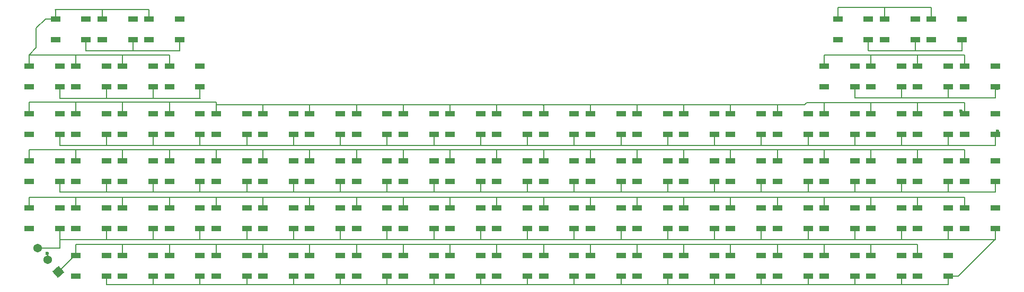
<source format=gbr>
%TF.GenerationSoftware,KiCad,Pcbnew,8.0.3*%
%TF.CreationDate,2024-06-18T13:15:14+02:00*%
%TF.ProjectId,bd1-board,6264312d-626f-4617-9264-2e6b69636164,rev?*%
%TF.SameCoordinates,Original*%
%TF.FileFunction,Copper,L1,Top*%
%TF.FilePolarity,Positive*%
%FSLAX46Y46*%
G04 Gerber Fmt 4.6, Leading zero omitted, Abs format (unit mm)*
G04 Created by KiCad (PCBNEW 8.0.3) date 2024-06-18 13:15:14*
%MOMM*%
%LPD*%
G01*
G04 APERTURE LIST*
G04 Aperture macros list*
%AMRotRect*
0 Rectangle, with rotation*
0 The origin of the aperture is its center*
0 $1 length*
0 $2 width*
0 $3 Rotation angle, in degrees counterclockwise*
0 Add horizontal line*
21,1,$1,$2,0,0,$3*%
G04 Aperture macros list end*
%TA.AperFunction,SMDPad,CuDef*%
%ADD10R,1.500000X0.900000*%
%TD*%
%TA.AperFunction,ComponentPad*%
%ADD11RotRect,1.370000X1.370000X131.000000*%
%TD*%
%TA.AperFunction,ComponentPad*%
%ADD12C,1.370000*%
%TD*%
%TA.AperFunction,ViaPad*%
%ADD13C,0.600000*%
%TD*%
%TA.AperFunction,Conductor*%
%ADD14C,0.200000*%
%TD*%
G04 APERTURE END LIST*
D10*
%TO.P,D49,1,VDD*%
%TO.N,VDD*%
X-23812000Y17078000D03*
%TO.P,D49,2,DOUT*%
%TO.N,Net-(D49-DOUT)*%
X-23812000Y20378000D03*
%TO.P,D49,3,VSS*%
%TO.N,GND*%
X-28712000Y20378000D03*
%TO.P,D49,4,DIN*%
%TO.N,Net-(D48-DOUT)*%
X-28712000Y17078000D03*
%TD*%
%TO.P,D94,1,VDD*%
%TO.N,VDD*%
X50898000Y24654000D03*
%TO.P,D94,2,DOUT*%
%TO.N,Net-(D94-DOUT)*%
X50898000Y27954000D03*
%TO.P,D94,3,VSS*%
%TO.N,GND*%
X45998000Y27954000D03*
%TO.P,D94,4,DIN*%
%TO.N,Net-(D93-DOUT)*%
X45998000Y24654000D03*
%TD*%
%TO.P,D72,1,VDD*%
%TO.N,VDD*%
X21014000Y9508000D03*
%TO.P,D72,2,DOUT*%
%TO.N,Net-(D72-DOUT)*%
X21014000Y12808000D03*
%TO.P,D72,3,VSS*%
%TO.N,GND*%
X16114000Y12808000D03*
%TO.P,D72,4,DIN*%
%TO.N,Net-(D71-DOUT)*%
X16114000Y9508000D03*
%TD*%
%TO.P,D3,1,VDD*%
%TO.N,VDD*%
X-98522000Y24654000D03*
%TO.P,D3,2,DOUT*%
%TO.N,Net-(D3-DOUT)*%
X-98522000Y27954000D03*
%TO.P,D3,3,VSS*%
%TO.N,GND*%
X-103422000Y27954000D03*
%TO.P,D3,4,DIN*%
%TO.N,Net-(D2-DOUT)*%
X-103422000Y24654000D03*
%TD*%
%TO.P,D71,1,VDD*%
%TO.N,VDD*%
X21014000Y1926000D03*
%TO.P,D71,2,DOUT*%
%TO.N,Net-(D71-DOUT)*%
X21014000Y5226000D03*
%TO.P,D71,3,VSS*%
%TO.N,GND*%
X16114000Y5226000D03*
%TO.P,D71,4,DIN*%
%TO.N,Net-(D70-DOUT)*%
X16114000Y1926000D03*
%TD*%
%TO.P,D12,1,VDD*%
%TO.N,VDD*%
X-83580000Y1926000D03*
%TO.P,D12,2,DOUT*%
%TO.N,Net-(D12-DOUT)*%
X-83580000Y5226000D03*
%TO.P,D12,3,VSS*%
%TO.N,GND*%
X-88480000Y5226000D03*
%TO.P,D12,4,DIN*%
%TO.N,Net-(D11-DOUT)*%
X-88480000Y1926000D03*
%TD*%
%TO.P,D89,1,VDD*%
%TO.N,VDD*%
X43427000Y24654000D03*
%TO.P,D89,2,DOUT*%
%TO.N,Net-(D89-DOUT)*%
X43427000Y27954000D03*
%TO.P,D89,3,VSS*%
%TO.N,GND*%
X38527000Y27954000D03*
%TO.P,D89,4,DIN*%
%TO.N,Net-(D88-DOUT)*%
X38527000Y24654000D03*
%TD*%
%TO.P,D27,1,VDD*%
%TO.N,VDD*%
X-61167000Y1926000D03*
%TO.P,D27,2,DOUT*%
%TO.N,Net-(D27-DOUT)*%
X-61167000Y5226000D03*
%TO.P,D27,3,VSS*%
%TO.N,GND*%
X-66067000Y5226000D03*
%TO.P,D27,4,DIN*%
%TO.N,Net-(D26-DOUT)*%
X-66067000Y1926000D03*
%TD*%
%TO.P,D79,1,VDD*%
%TO.N,VDD*%
X28485000Y32227000D03*
%TO.P,D79,2,DOUT*%
%TO.N,Net-(D79-DOUT)*%
X28485000Y35527000D03*
%TO.P,D79,3,VSS*%
%TO.N,GND*%
X23585000Y35527000D03*
%TO.P,D79,4,DIN*%
%TO.N,Net-(D78-DOUT)*%
X23585000Y32227000D03*
%TD*%
%TO.P,D35,1,VDD*%
%TO.N,VDD*%
X-46225000Y1926000D03*
%TO.P,D35,2,DOUT*%
%TO.N,Net-(D35-DOUT)*%
X-46225000Y5226000D03*
%TO.P,D35,3,VSS*%
%TO.N,GND*%
X-51125000Y5226000D03*
%TO.P,D35,4,DIN*%
%TO.N,Net-(D34-DOUT)*%
X-51125000Y1926000D03*
%TD*%
%TO.P,D28,1,VDD*%
%TO.N,VDD*%
X-61167000Y9508000D03*
%TO.P,D28,2,DOUT*%
%TO.N,Net-(D28-DOUT)*%
X-61167000Y12808000D03*
%TO.P,D28,3,VSS*%
%TO.N,GND*%
X-66067000Y12808000D03*
%TO.P,D28,4,DIN*%
%TO.N,Net-(D27-DOUT)*%
X-66067000Y9508000D03*
%TD*%
%TO.P,D5,1,VDD*%
%TO.N,VDD*%
X-94320000Y39802000D03*
%TO.P,D5,2,DOUT*%
%TO.N,Net-(D5-DOUT)*%
X-94320000Y43102000D03*
%TO.P,D5,3,VSS*%
%TO.N,GND*%
X-99220000Y43102000D03*
%TO.P,D5,4,DIN*%
%TO.N,Net-(D4-DOUT)*%
X-99220000Y39802000D03*
%TD*%
%TO.P,D51,1,VDD*%
%TO.N,VDD*%
X-16341000Y1926000D03*
%TO.P,D51,2,DOUT*%
%TO.N,Net-(D51-DOUT)*%
X-16341000Y5226000D03*
%TO.P,D51,3,VSS*%
%TO.N,GND*%
X-21241000Y5226000D03*
%TO.P,D51,4,DIN*%
%TO.N,Net-(D50-DOUT)*%
X-21241000Y1926000D03*
%TD*%
%TO.P,D92,1,VDD*%
%TO.N,VDD*%
X50898000Y9508000D03*
%TO.P,D92,2,DOUT*%
%TO.N,Net-(D92-DOUT)*%
X50898000Y12808000D03*
%TO.P,D92,3,VSS*%
%TO.N,GND*%
X45998000Y12808000D03*
%TO.P,D92,4,DIN*%
%TO.N,Net-(D91-DOUT)*%
X45998000Y9508000D03*
%TD*%
%TO.P,D52,1,VDD*%
%TO.N,VDD*%
X-16341000Y9508000D03*
%TO.P,D52,2,DOUT*%
%TO.N,Net-(D52-DOUT)*%
X-16341000Y12808000D03*
%TO.P,D52,3,VSS*%
%TO.N,GND*%
X-21241000Y12808000D03*
%TO.P,D52,4,DIN*%
%TO.N,Net-(D51-DOUT)*%
X-21241000Y9508000D03*
%TD*%
%TO.P,D30,1,VDD*%
%TO.N,VDD*%
X-61167000Y24654000D03*
%TO.P,D30,2,DOUT*%
%TO.N,Net-(D30-DOUT)*%
X-61167000Y27954000D03*
%TO.P,D30,3,VSS*%
%TO.N,GND*%
X-66067000Y27954000D03*
%TO.P,D30,4,DIN*%
%TO.N,Net-(D29-DOUT)*%
X-66067000Y24654000D03*
%TD*%
%TO.P,D68,1,VDD*%
%TO.N,VDD*%
X13543000Y9508000D03*
%TO.P,D68,2,DOUT*%
%TO.N,Net-(D68-DOUT)*%
X13543000Y12808000D03*
%TO.P,D68,3,VSS*%
%TO.N,GND*%
X8643000Y12808000D03*
%TO.P,D68,4,DIN*%
%TO.N,Net-(D67-DOUT)*%
X8643000Y9508000D03*
%TD*%
%TO.P,D56,1,VDD*%
%TO.N,VDD*%
X-8870000Y9508000D03*
%TO.P,D56,2,DOUT*%
%TO.N,Net-(D56-DOUT)*%
X-8870000Y12808000D03*
%TO.P,D56,3,VSS*%
%TO.N,GND*%
X-13770000Y12808000D03*
%TO.P,D56,4,DIN*%
%TO.N,Net-(D55-DOUT)*%
X-13770000Y9508000D03*
%TD*%
%TO.P,D21,1,VDD*%
%TO.N,VDD*%
X-76109000Y24654000D03*
%TO.P,D21,2,DOUT*%
%TO.N,Net-(D21-DOUT)*%
X-76109000Y27954000D03*
%TO.P,D21,3,VSS*%
%TO.N,GND*%
X-81009000Y27954000D03*
%TO.P,D21,4,DIN*%
%TO.N,Net-(D20-DOUT)*%
X-81009000Y24654000D03*
%TD*%
%TO.P,D88,1,VDD*%
%TO.N,VDD*%
X43427000Y17078000D03*
%TO.P,D88,2,DOUT*%
%TO.N,Net-(D88-DOUT)*%
X43427000Y20378000D03*
%TO.P,D88,3,VSS*%
%TO.N,GND*%
X38527000Y20378000D03*
%TO.P,D88,4,DIN*%
%TO.N,Net-(D87-DOUT)*%
X38527000Y17078000D03*
%TD*%
%TO.P,D8,1,VDD*%
%TO.N,VDD*%
X-91051000Y17078000D03*
%TO.P,D8,2,DOUT*%
%TO.N,Net-(D8-DOUT)*%
X-91051000Y20378000D03*
%TO.P,D8,3,VSS*%
%TO.N,GND*%
X-95951000Y20378000D03*
%TO.P,D8,4,DIN*%
%TO.N,Net-(D7-DOUT)*%
X-95951000Y17078000D03*
%TD*%
%TO.P,D40,1,VDD*%
%TO.N,VDD*%
X-38754000Y9508000D03*
%TO.P,D40,2,DOUT*%
%TO.N,Net-(D40-DOUT)*%
X-38754000Y12808000D03*
%TO.P,D40,3,VSS*%
%TO.N,GND*%
X-43654000Y12808000D03*
%TO.P,D40,4,DIN*%
%TO.N,Net-(D39-DOUT)*%
X-43654000Y9508000D03*
%TD*%
%TO.P,D39,1,VDD*%
%TO.N,VDD*%
X-38754000Y1926000D03*
%TO.P,D39,2,DOUT*%
%TO.N,Net-(D39-DOUT)*%
X-38754000Y5226000D03*
%TO.P,D39,3,VSS*%
%TO.N,GND*%
X-43654000Y5226000D03*
%TO.P,D39,4,DIN*%
%TO.N,Net-(D38-DOUT)*%
X-43654000Y1926000D03*
%TD*%
%TO.P,D62,1,VDD*%
%TO.N,VDD*%
X-1399000Y24654000D03*
%TO.P,D62,2,DOUT*%
%TO.N,Net-(D62-DOUT)*%
X-1399000Y27954000D03*
%TO.P,D62,3,VSS*%
%TO.N,GND*%
X-6299000Y27954000D03*
%TO.P,D62,4,DIN*%
%TO.N,Net-(D61-DOUT)*%
X-6299000Y24654000D03*
%TD*%
%TO.P,D91,1,VDD*%
%TO.N,VDD*%
X38126000Y39802000D03*
%TO.P,D91,2,DOUT*%
%TO.N,Net-(D91-DOUT)*%
X38126000Y43102000D03*
%TO.P,D91,3,VSS*%
%TO.N,GND*%
X33226000Y43102000D03*
%TO.P,D91,4,DIN*%
%TO.N,Net-(D90-DOUT)*%
X33226000Y39802000D03*
%TD*%
%TO.P,D58,1,VDD*%
%TO.N,VDD*%
X-8870000Y24654000D03*
%TO.P,D58,2,DOUT*%
%TO.N,Net-(D58-DOUT)*%
X-8870000Y27954000D03*
%TO.P,D58,3,VSS*%
%TO.N,GND*%
X-13770000Y27954000D03*
%TO.P,D58,4,DIN*%
%TO.N,Net-(D57-DOUT)*%
X-13770000Y24654000D03*
%TD*%
%TO.P,D42,1,VDD*%
%TO.N,VDD*%
X-38754000Y24654000D03*
%TO.P,D42,2,DOUT*%
%TO.N,Net-(D42-DOUT)*%
X-38754000Y27954000D03*
%TO.P,D42,3,VSS*%
%TO.N,GND*%
X-43654000Y27954000D03*
%TO.P,D42,4,DIN*%
%TO.N,Net-(D41-DOUT)*%
X-43654000Y24654000D03*
%TD*%
%TO.P,D73,1,VDD*%
%TO.N,VDD*%
X21014000Y17078000D03*
%TO.P,D73,2,DOUT*%
%TO.N,Net-(D73-DOUT)*%
X21014000Y20378000D03*
%TO.P,D73,3,VSS*%
%TO.N,GND*%
X16114000Y20378000D03*
%TO.P,D73,4,DIN*%
%TO.N,Net-(D72-DOUT)*%
X16114000Y17078000D03*
%TD*%
%TO.P,D54,1,VDD*%
%TO.N,VDD*%
X-16341000Y24654000D03*
%TO.P,D54,2,DOUT*%
%TO.N,Net-(D54-DOUT)*%
X-16341000Y27954000D03*
%TO.P,D54,3,VSS*%
%TO.N,GND*%
X-21241000Y27954000D03*
%TO.P,D54,4,DIN*%
%TO.N,Net-(D53-DOUT)*%
X-21241000Y24654000D03*
%TD*%
%TO.P,D81,1,VDD*%
%TO.N,VDD*%
X35956000Y9508000D03*
%TO.P,D81,2,DOUT*%
%TO.N,Net-(D81-DOUT)*%
X35956000Y12808000D03*
%TO.P,D81,3,VSS*%
%TO.N,GND*%
X31056000Y12808000D03*
%TO.P,D81,4,DIN*%
%TO.N,Net-(D80-DOUT)*%
X31056000Y9508000D03*
%TD*%
%TO.P,D7,1,VDD*%
%TO.N,VDD*%
X-91051000Y9508000D03*
%TO.P,D7,2,DOUT*%
%TO.N,Net-(D7-DOUT)*%
X-91051000Y12808000D03*
%TO.P,D7,3,VSS*%
%TO.N,GND*%
X-95951000Y12808000D03*
%TO.P,D7,4,DIN*%
%TO.N,Net-(D6-DOUT)*%
X-95951000Y9508000D03*
%TD*%
%TO.P,D86,1,VDD*%
%TO.N,VDD*%
X43427000Y1926000D03*
%TO.P,D86,2,DOUT*%
%TO.N,Net-(D86-DOUT)*%
X43427000Y5226000D03*
%TO.P,D86,3,VSS*%
%TO.N,GND*%
X38527000Y5226000D03*
%TO.P,D86,4,DIN*%
%TO.N,Net-(D85-DOUT)*%
X38527000Y1926000D03*
%TD*%
%TO.P,D76,1,VDD*%
%TO.N,VDD*%
X28485000Y9508000D03*
%TO.P,D76,2,DOUT*%
%TO.N,Net-(D76-DOUT)*%
X28485000Y12808000D03*
%TO.P,D76,3,VSS*%
%TO.N,GND*%
X23585000Y12808000D03*
%TO.P,D76,4,DIN*%
%TO.N,Net-(D75-DOUT)*%
X23585000Y9508000D03*
%TD*%
%TO.P,D45,1,VDD*%
%TO.N,VDD*%
X-31283000Y17078000D03*
%TO.P,D45,2,DOUT*%
%TO.N,Net-(D45-DOUT)*%
X-31283000Y20378000D03*
%TO.P,D45,3,VSS*%
%TO.N,GND*%
X-36183000Y20378000D03*
%TO.P,D45,4,DIN*%
%TO.N,Net-(D44-DOUT)*%
X-36183000Y17078000D03*
%TD*%
%TO.P,D9,1,VDD*%
%TO.N,VDD*%
X-91051000Y24654000D03*
%TO.P,D9,2,DOUT*%
%TO.N,Net-(D10-DIN)*%
X-91051000Y27954000D03*
%TO.P,D9,3,VSS*%
%TO.N,GND*%
X-95951000Y27954000D03*
%TO.P,D9,4,DIN*%
%TO.N,Net-(D8-DOUT)*%
X-95951000Y24654000D03*
%TD*%
%TO.P,D46,1,VDD*%
%TO.N,VDD*%
X-31283000Y24654000D03*
%TO.P,D46,2,DOUT*%
%TO.N,Net-(D46-DOUT)*%
X-31283000Y27954000D03*
%TO.P,D46,3,VSS*%
%TO.N,GND*%
X-36183000Y27954000D03*
%TO.P,D46,4,DIN*%
%TO.N,Net-(D45-DOUT)*%
X-36183000Y24654000D03*
%TD*%
%TO.P,D53,1,VDD*%
%TO.N,VDD*%
X-16341000Y17078000D03*
%TO.P,D53,2,DOUT*%
%TO.N,Net-(D53-DOUT)*%
X-16341000Y20378000D03*
%TO.P,D53,3,VSS*%
%TO.N,GND*%
X-21241000Y20378000D03*
%TO.P,D53,4,DIN*%
%TO.N,Net-(D52-DOUT)*%
X-21241000Y17078000D03*
%TD*%
%TO.P,D2,1,VDD*%
%TO.N,VDD*%
X-98522000Y17078000D03*
%TO.P,D2,2,DOUT*%
%TO.N,Net-(D2-DOUT)*%
X-98522000Y20378000D03*
%TO.P,D2,3,VSS*%
%TO.N,GND*%
X-103422000Y20378000D03*
%TO.P,D2,4,DIN*%
%TO.N,Net-(D1-DOUT)*%
X-103422000Y17078000D03*
%TD*%
%TO.P,D57,1,VDD*%
%TO.N,VDD*%
X-8870000Y17078000D03*
%TO.P,D57,2,DOUT*%
%TO.N,Net-(D57-DOUT)*%
X-8870000Y20378000D03*
%TO.P,D57,3,VSS*%
%TO.N,GND*%
X-13770000Y20378000D03*
%TO.P,D57,4,DIN*%
%TO.N,Net-(D56-DOUT)*%
X-13770000Y17078000D03*
%TD*%
%TO.P,D36,1,VDD*%
%TO.N,VDD*%
X-46225000Y9508000D03*
%TO.P,D36,2,DOUT*%
%TO.N,Net-(D36-DOUT)*%
X-46225000Y12808000D03*
%TO.P,D36,3,VSS*%
%TO.N,GND*%
X-51125000Y12808000D03*
%TO.P,D36,4,DIN*%
%TO.N,Net-(D35-DOUT)*%
X-51125000Y9508000D03*
%TD*%
%TO.P,D69,1,VDD*%
%TO.N,VDD*%
X13543000Y17078000D03*
%TO.P,D69,2,DOUT*%
%TO.N,Net-(D69-DOUT)*%
X13543000Y20378000D03*
%TO.P,D69,3,VSS*%
%TO.N,GND*%
X8643000Y20378000D03*
%TO.P,D69,4,DIN*%
%TO.N,Net-(D68-DOUT)*%
X8643000Y17078000D03*
%TD*%
%TO.P,D82,1,VDD*%
%TO.N,VDD*%
X35956000Y17078000D03*
%TO.P,D82,2,DOUT*%
%TO.N,Net-(D82-DOUT)*%
X35956000Y20378000D03*
%TO.P,D82,3,VSS*%
%TO.N,GND*%
X31056000Y20378000D03*
%TO.P,D82,4,DIN*%
%TO.N,Net-(D81-DOUT)*%
X31056000Y17078000D03*
%TD*%
%TO.P,D19,1,VDD*%
%TO.N,VDD*%
X-76109000Y9508000D03*
%TO.P,D19,2,DOUT*%
%TO.N,Net-(D19-DOUT)*%
X-76109000Y12808000D03*
%TO.P,D19,3,VSS*%
%TO.N,GND*%
X-81009000Y12808000D03*
%TO.P,D19,4,DIN*%
%TO.N,Net-(D18-DOUT)*%
X-81009000Y9508000D03*
%TD*%
%TO.P,D23,1,VDD*%
%TO.N,VDD*%
X-68638000Y1926000D03*
%TO.P,D23,2,DOUT*%
%TO.N,Net-(D23-DOUT)*%
X-68638000Y5226000D03*
%TO.P,D23,3,VSS*%
%TO.N,GND*%
X-73538000Y5226000D03*
%TO.P,D23,4,DIN*%
%TO.N,Net-(D22-DOUT)*%
X-73538000Y1926000D03*
%TD*%
%TO.P,D60,1,VDD*%
%TO.N,VDD*%
X-1399000Y9508000D03*
%TO.P,D60,2,DOUT*%
%TO.N,Net-(D60-DOUT)*%
X-1399000Y12808000D03*
%TO.P,D60,3,VSS*%
%TO.N,GND*%
X-6299000Y12808000D03*
%TO.P,D60,4,DIN*%
%TO.N,Net-(D59-DOUT)*%
X-6299000Y9508000D03*
%TD*%
%TO.P,D6,1,VDD*%
%TO.N,VDD*%
X-91051000Y1926000D03*
%TO.P,D6,2,DOUT*%
%TO.N,Net-(D6-DOUT)*%
X-91051000Y5226000D03*
%TO.P,D6,3,VSS*%
%TO.N,GND*%
X-95951000Y5226000D03*
%TO.P,D6,4,DIN*%
%TO.N,Net-(D5-DOUT)*%
X-95951000Y1926000D03*
%TD*%
%TO.P,D1,1,VDD*%
%TO.N,VDD*%
X-98522000Y9508000D03*
%TO.P,D1,2,DOUT*%
%TO.N,Net-(D1-DOUT)*%
X-98522000Y12808000D03*
%TO.P,D1,3,VSS*%
%TO.N,GND*%
X-103422000Y12808000D03*
%TO.P,D1,4,DIN*%
%TO.N,DIN*%
X-103422000Y9508000D03*
%TD*%
%TO.P,D10,1,VDD*%
%TO.N,VDD*%
X-91051000Y32227000D03*
%TO.P,D10,2,DOUT*%
%TO.N,Net-(D10-DOUT)*%
X-91051000Y35527000D03*
%TO.P,D10,3,VSS*%
%TO.N,GND*%
X-95951000Y35527000D03*
%TO.P,D10,4,DIN*%
%TO.N,Net-(D10-DIN)*%
X-95951000Y32227000D03*
%TD*%
%TO.P,D41,1,VDD*%
%TO.N,VDD*%
X-38754000Y17078000D03*
%TO.P,D41,2,DOUT*%
%TO.N,Net-(D41-DOUT)*%
X-38754000Y20378000D03*
%TO.P,D41,3,VSS*%
%TO.N,GND*%
X-43654000Y20378000D03*
%TO.P,D41,4,DIN*%
%TO.N,Net-(D40-DOUT)*%
X-43654000Y17078000D03*
%TD*%
%TO.P,D11,1,VDD*%
%TO.N,VDD*%
X-86849000Y39802000D03*
%TO.P,D11,2,DOUT*%
%TO.N,Net-(D11-DOUT)*%
X-86849000Y43102000D03*
%TO.P,D11,3,VSS*%
%TO.N,GND*%
X-91749000Y43102000D03*
%TO.P,D11,4,DIN*%
%TO.N,Net-(D10-DOUT)*%
X-91749000Y39802000D03*
%TD*%
%TO.P,D75,1,VDD*%
%TO.N,VDD*%
X28485000Y1926000D03*
%TO.P,D75,2,DOUT*%
%TO.N,Net-(D75-DOUT)*%
X28485000Y5226000D03*
%TO.P,D75,3,VSS*%
%TO.N,GND*%
X23585000Y5226000D03*
%TO.P,D75,4,DIN*%
%TO.N,Net-(D74-DOUT)*%
X23585000Y1926000D03*
%TD*%
%TO.P,D25,1,VDD*%
%TO.N,VDD*%
X-68638000Y17078000D03*
%TO.P,D25,2,DOUT*%
%TO.N,Net-(D25-DOUT)*%
X-68638000Y20378000D03*
%TO.P,D25,3,VSS*%
%TO.N,GND*%
X-73538000Y20378000D03*
%TO.P,D25,4,DIN*%
%TO.N,Net-(D24-DOUT)*%
X-73538000Y17078000D03*
%TD*%
%TO.P,D31,1,VDD*%
%TO.N,VDD*%
X-53696000Y1926000D03*
%TO.P,D31,2,DOUT*%
%TO.N,Net-(D31-DOUT)*%
X-53696000Y5226000D03*
%TO.P,D31,3,VSS*%
%TO.N,GND*%
X-58596000Y5226000D03*
%TO.P,D31,4,DIN*%
%TO.N,Net-(D30-DOUT)*%
X-58596000Y1926000D03*
%TD*%
%TO.P,D67,1,VDD*%
%TO.N,VDD*%
X13543000Y1926000D03*
%TO.P,D67,2,DOUT*%
%TO.N,Net-(D67-DOUT)*%
X13543000Y5226000D03*
%TO.P,D67,3,VSS*%
%TO.N,GND*%
X8643000Y5226000D03*
%TO.P,D67,4,DIN*%
%TO.N,Net-(D66-DOUT)*%
X8643000Y1926000D03*
%TD*%
%TO.P,D32,1,VDD*%
%TO.N,VDD*%
X-53696000Y9508000D03*
%TO.P,D32,2,DOUT*%
%TO.N,Net-(D32-DOUT)*%
X-53696000Y12808000D03*
%TO.P,D32,3,VSS*%
%TO.N,GND*%
X-58596000Y12808000D03*
%TO.P,D32,4,DIN*%
%TO.N,Net-(D31-DOUT)*%
X-58596000Y9508000D03*
%TD*%
%TO.P,D63,1,VDD*%
%TO.N,VDD*%
X6072000Y1926000D03*
%TO.P,D63,2,DOUT*%
%TO.N,Net-(D63-DOUT)*%
X6072000Y5226000D03*
%TO.P,D63,3,VSS*%
%TO.N,GND*%
X1172000Y5226000D03*
%TO.P,D63,4,DIN*%
%TO.N,Net-(D62-DOUT)*%
X1172000Y1926000D03*
%TD*%
%TO.P,D43,1,VDD*%
%TO.N,VDD*%
X-31283000Y1926000D03*
%TO.P,D43,2,DOUT*%
%TO.N,Net-(D43-DOUT)*%
X-31283000Y5226000D03*
%TO.P,D43,3,VSS*%
%TO.N,GND*%
X-36183000Y5226000D03*
%TO.P,D43,4,DIN*%
%TO.N,Net-(D42-DOUT)*%
X-36183000Y1926000D03*
%TD*%
%TO.P,D95,1,VDD*%
%TO.N,VDD*%
X50898000Y32227000D03*
%TO.P,D95,2,DOUT*%
%TO.N,Net-(D95-DOUT)*%
X50898000Y35527000D03*
%TO.P,D95,3,VSS*%
%TO.N,GND*%
X45998000Y35527000D03*
%TO.P,D95,4,DIN*%
%TO.N,Net-(D94-DOUT)*%
X45998000Y32227000D03*
%TD*%
%TO.P,D16,1,VDD*%
%TO.N,VDD*%
X-83580000Y32227000D03*
%TO.P,D16,2,DOUT*%
%TO.N,Net-(D16-DOUT)*%
X-83580000Y35527000D03*
%TO.P,D16,3,VSS*%
%TO.N,GND*%
X-88480000Y35527000D03*
%TO.P,D16,4,DIN*%
%TO.N,Net-(D15-DOUT)*%
X-88480000Y32227000D03*
%TD*%
%TO.P,D47,1,VDD*%
%TO.N,VDD*%
X-23812000Y1926000D03*
%TO.P,D47,2,DOUT*%
%TO.N,Net-(D47-DOUT)*%
X-23812000Y5226000D03*
%TO.P,D47,3,VSS*%
%TO.N,GND*%
X-28712000Y5226000D03*
%TO.P,D47,4,DIN*%
%TO.N,Net-(D46-DOUT)*%
X-28712000Y1926000D03*
%TD*%
%TO.P,D66,1,VDD*%
%TO.N,VDD*%
X6072000Y24654000D03*
%TO.P,D66,2,DOUT*%
%TO.N,Net-(D66-DOUT)*%
X6072000Y27954000D03*
%TO.P,D66,3,VSS*%
%TO.N,GND*%
X1172000Y27954000D03*
%TO.P,D66,4,DIN*%
%TO.N,Net-(D65-DOUT)*%
X1172000Y24654000D03*
%TD*%
%TO.P,D84,1,VDD*%
%TO.N,VDD*%
X35956000Y32227000D03*
%TO.P,D84,2,DOUT*%
%TO.N,Net-(D84-DOUT)*%
X35956000Y35527000D03*
%TO.P,D84,3,VSS*%
%TO.N,GND*%
X31056000Y35527000D03*
%TO.P,D84,4,DIN*%
%TO.N,Net-(D83-DOUT)*%
X31056000Y32227000D03*
%TD*%
%TO.P,D70,1,VDD*%
%TO.N,VDD*%
X13543000Y24654000D03*
%TO.P,D70,2,DOUT*%
%TO.N,Net-(D70-DOUT)*%
X13543000Y27954000D03*
%TO.P,D70,3,VSS*%
%TO.N,GND*%
X8643000Y27954000D03*
%TO.P,D70,4,DIN*%
%TO.N,Net-(D69-DOUT)*%
X8643000Y24654000D03*
%TD*%
%TO.P,D87,1,VDD*%
%TO.N,VDD*%
X43427000Y9508000D03*
%TO.P,D87,2,DOUT*%
%TO.N,Net-(D87-DOUT)*%
X43427000Y12808000D03*
%TO.P,D87,3,VSS*%
%TO.N,GND*%
X38527000Y12808000D03*
%TO.P,D87,4,DIN*%
%TO.N,Net-(D86-DOUT)*%
X38527000Y9508000D03*
%TD*%
%TO.P,D55,1,VDD*%
%TO.N,VDD*%
X-8870000Y1926000D03*
%TO.P,D55,2,DOUT*%
%TO.N,Net-(D55-DOUT)*%
X-8870000Y5226000D03*
%TO.P,D55,3,VSS*%
%TO.N,GND*%
X-13770000Y5226000D03*
%TO.P,D55,4,DIN*%
%TO.N,Net-(D54-DOUT)*%
X-13770000Y1926000D03*
%TD*%
%TO.P,D14,1,VDD*%
%TO.N,VDD*%
X-83580000Y17078000D03*
%TO.P,D14,2,DOUT*%
%TO.N,Net-(D14-DOUT)*%
X-83580000Y20378000D03*
%TO.P,D14,3,VSS*%
%TO.N,GND*%
X-88480000Y20378000D03*
%TO.P,D14,4,DIN*%
%TO.N,Net-(D13-DOUT)*%
X-88480000Y17078000D03*
%TD*%
%TO.P,D33,1,VDD*%
%TO.N,VDD*%
X-53696000Y17078000D03*
%TO.P,D33,2,DOUT*%
%TO.N,Net-(D33-DOUT)*%
X-53696000Y20378000D03*
%TO.P,D33,3,VSS*%
%TO.N,GND*%
X-58596000Y20378000D03*
%TO.P,D33,4,DIN*%
%TO.N,Net-(D32-DOUT)*%
X-58596000Y17078000D03*
%TD*%
%TO.P,D15,1,VDD*%
%TO.N,VDD*%
X-83580000Y24654000D03*
%TO.P,D15,2,DOUT*%
%TO.N,Net-(D15-DOUT)*%
X-83580000Y27954000D03*
%TO.P,D15,3,VSS*%
%TO.N,GND*%
X-88480000Y27954000D03*
%TO.P,D15,4,DIN*%
%TO.N,Net-(D14-DOUT)*%
X-88480000Y24654000D03*
%TD*%
%TO.P,D74,1,VDD*%
%TO.N,VDD*%
X21014000Y24654000D03*
%TO.P,D74,2,DOUT*%
%TO.N,Net-(D74-DOUT)*%
X21014000Y27954000D03*
%TO.P,D74,3,VSS*%
%TO.N,GND*%
X16114000Y27954000D03*
%TO.P,D74,4,DIN*%
%TO.N,Net-(D73-DOUT)*%
X16114000Y24654000D03*
%TD*%
%TO.P,D85,1,VDD*%
%TO.N,VDD*%
X30655000Y39802000D03*
%TO.P,D85,2,DOUT*%
%TO.N,Net-(D85-DOUT)*%
X30655000Y43102000D03*
%TO.P,D85,3,VSS*%
%TO.N,GND*%
X25755000Y43102000D03*
%TO.P,D85,4,DIN*%
%TO.N,Net-(D84-DOUT)*%
X25755000Y39802000D03*
%TD*%
%TO.P,D93,1,VDD*%
%TO.N,VDD*%
X50898000Y17078000D03*
%TO.P,D93,2,DOUT*%
%TO.N,Net-(D93-DOUT)*%
X50898000Y20378000D03*
%TO.P,D93,3,VSS*%
%TO.N,GND*%
X45998000Y20378000D03*
%TO.P,D93,4,DIN*%
%TO.N,Net-(D92-DOUT)*%
X45998000Y17078000D03*
%TD*%
%TO.P,D77,1,VDD*%
%TO.N,VDD*%
X28485000Y17078000D03*
%TO.P,D77,2,DOUT*%
%TO.N,Net-(D77-DOUT)*%
X28485000Y20378000D03*
%TO.P,D77,3,VSS*%
%TO.N,GND*%
X23585000Y20378000D03*
%TO.P,D77,4,DIN*%
%TO.N,Net-(D76-DOUT)*%
X23585000Y17078000D03*
%TD*%
%TO.P,D4,1,VDD*%
%TO.N,VDD*%
X-98522000Y32227000D03*
%TO.P,D4,2,DOUT*%
%TO.N,Net-(D4-DOUT)*%
X-98522000Y35527000D03*
%TO.P,D4,3,VSS*%
%TO.N,GND*%
X-103422000Y35527000D03*
%TO.P,D4,4,DIN*%
%TO.N,Net-(D3-DOUT)*%
X-103422000Y32227000D03*
%TD*%
%TO.P,D18,1,VDD*%
%TO.N,VDD*%
X-76109000Y1926000D03*
%TO.P,D18,2,DOUT*%
%TO.N,Net-(D18-DOUT)*%
X-76109000Y5226000D03*
%TO.P,D18,3,VSS*%
%TO.N,GND*%
X-81009000Y5226000D03*
%TO.P,D18,4,DIN*%
%TO.N,Net-(D17-DOUT)*%
X-81009000Y1926000D03*
%TD*%
%TO.P,D20,1,VDD*%
%TO.N,VDD*%
X-76109000Y17078000D03*
%TO.P,D20,2,DOUT*%
%TO.N,Net-(D20-DOUT)*%
X-76109000Y20378000D03*
%TO.P,D20,3,VSS*%
%TO.N,GND*%
X-81009000Y20378000D03*
%TO.P,D20,4,DIN*%
%TO.N,Net-(D19-DOUT)*%
X-81009000Y17078000D03*
%TD*%
%TO.P,D50,1,VDD*%
%TO.N,VDD*%
X-23812000Y24654000D03*
%TO.P,D50,2,DOUT*%
%TO.N,Net-(D50-DOUT)*%
X-23812000Y27954000D03*
%TO.P,D50,3,VSS*%
%TO.N,GND*%
X-28712000Y27954000D03*
%TO.P,D50,4,DIN*%
%TO.N,Net-(D49-DOUT)*%
X-28712000Y24654000D03*
%TD*%
%TO.P,D17,1,VDD*%
%TO.N,VDD*%
X-79380000Y39802000D03*
%TO.P,D17,2,DOUT*%
%TO.N,Net-(D17-DOUT)*%
X-79380000Y43102000D03*
%TO.P,D17,3,VSS*%
%TO.N,GND*%
X-84280000Y43102000D03*
%TO.P,D17,4,DIN*%
%TO.N,Net-(D16-DOUT)*%
X-84280000Y39802000D03*
%TD*%
%TO.P,D26,1,VDD*%
%TO.N,VDD*%
X-68638000Y24654000D03*
%TO.P,D26,2,DOUT*%
%TO.N,Net-(D26-DOUT)*%
X-68638000Y27954000D03*
%TO.P,D26,3,VSS*%
%TO.N,GND*%
X-73538000Y27954000D03*
%TO.P,D26,4,DIN*%
%TO.N,Net-(D25-DOUT)*%
X-73538000Y24654000D03*
%TD*%
%TO.P,D44,1,VDD*%
%TO.N,VDD*%
X-31283000Y9508000D03*
%TO.P,D44,2,DOUT*%
%TO.N,Net-(D44-DOUT)*%
X-31283000Y12808000D03*
%TO.P,D44,3,VSS*%
%TO.N,GND*%
X-36183000Y12808000D03*
%TO.P,D44,4,DIN*%
%TO.N,Net-(D43-DOUT)*%
X-36183000Y9508000D03*
%TD*%
%TO.P,D59,1,VDD*%
%TO.N,VDD*%
X-1399000Y1926000D03*
%TO.P,D59,2,DOUT*%
%TO.N,Net-(D59-DOUT)*%
X-1399000Y5226000D03*
%TO.P,D59,3,VSS*%
%TO.N,GND*%
X-6299000Y5226000D03*
%TO.P,D59,4,DIN*%
%TO.N,Net-(D58-DOUT)*%
X-6299000Y1926000D03*
%TD*%
%TO.P,D80,1,VDD*%
%TO.N,VDD*%
X35956000Y1926000D03*
%TO.P,D80,2,DOUT*%
%TO.N,Net-(D80-DOUT)*%
X35956000Y5226000D03*
%TO.P,D80,3,VSS*%
%TO.N,GND*%
X31056000Y5226000D03*
%TO.P,D80,4,DIN*%
%TO.N,Net-(D79-DOUT)*%
X31056000Y1926000D03*
%TD*%
%TO.P,D24,1,VDD*%
%TO.N,VDD*%
X-68638000Y9508000D03*
%TO.P,D24,2,DOUT*%
%TO.N,Net-(D24-DOUT)*%
X-68638000Y12808000D03*
%TO.P,D24,3,VSS*%
%TO.N,GND*%
X-73538000Y12808000D03*
%TO.P,D24,4,DIN*%
%TO.N,Net-(D23-DOUT)*%
X-73538000Y9508000D03*
%TD*%
%TO.P,D38,1,VDD*%
%TO.N,VDD*%
X-46225000Y24654000D03*
%TO.P,D38,2,DOUT*%
%TO.N,Net-(D38-DOUT)*%
X-46225000Y27954000D03*
%TO.P,D38,3,VSS*%
%TO.N,GND*%
X-51125000Y27954000D03*
%TO.P,D38,4,DIN*%
%TO.N,Net-(D37-DOUT)*%
X-51125000Y24654000D03*
%TD*%
%TO.P,D37,1,VDD*%
%TO.N,VDD*%
X-46225000Y17078000D03*
%TO.P,D37,2,DOUT*%
%TO.N,Net-(D37-DOUT)*%
X-46225000Y20378000D03*
%TO.P,D37,3,VSS*%
%TO.N,GND*%
X-51125000Y20378000D03*
%TO.P,D37,4,DIN*%
%TO.N,Net-(D36-DOUT)*%
X-51125000Y17078000D03*
%TD*%
%TO.P,D90,1,VDD*%
%TO.N,VDD*%
X43427000Y32227000D03*
%TO.P,D90,2,DOUT*%
%TO.N,Net-(D90-DOUT)*%
X43427000Y35527000D03*
%TO.P,D90,3,VSS*%
%TO.N,GND*%
X38527000Y35527000D03*
%TO.P,D90,4,DIN*%
%TO.N,Net-(D89-DOUT)*%
X38527000Y32227000D03*
%TD*%
%TO.P,D65,1,VDD*%
%TO.N,VDD*%
X6072000Y17078000D03*
%TO.P,D65,2,DOUT*%
%TO.N,Net-(D65-DOUT)*%
X6072000Y20378000D03*
%TO.P,D65,3,VSS*%
%TO.N,GND*%
X1172000Y20378000D03*
%TO.P,D65,4,DIN*%
%TO.N,Net-(D64-DOUT)*%
X1172000Y17078000D03*
%TD*%
%TO.P,D78,1,VDD*%
%TO.N,VDD*%
X28485000Y24654000D03*
%TO.P,D78,2,DOUT*%
%TO.N,Net-(D78-DOUT)*%
X28485000Y27954000D03*
%TO.P,D78,3,VSS*%
%TO.N,GND*%
X23585000Y27954000D03*
%TO.P,D78,4,DIN*%
%TO.N,Net-(D77-DOUT)*%
X23585000Y24654000D03*
%TD*%
%TO.P,D96,1,VDD*%
%TO.N,VDD*%
X45597000Y39802000D03*
%TO.P,D96,2,DOUT*%
%TO.N,unconnected-(D96-DOUT-Pad2)*%
X45597000Y43102000D03*
%TO.P,D96,3,VSS*%
%TO.N,GND*%
X40697000Y43102000D03*
%TO.P,D96,4,DIN*%
%TO.N,Net-(D95-DOUT)*%
X40697000Y39802000D03*
%TD*%
%TO.P,D83,1,VDD*%
%TO.N,VDD*%
X35956000Y24654000D03*
%TO.P,D83,2,DOUT*%
%TO.N,Net-(D83-DOUT)*%
X35956000Y27954000D03*
%TO.P,D83,3,VSS*%
%TO.N,GND*%
X31056000Y27954000D03*
%TO.P,D83,4,DIN*%
%TO.N,Net-(D82-DOUT)*%
X31056000Y24654000D03*
%TD*%
%TO.P,D29,1,VDD*%
%TO.N,VDD*%
X-61167000Y17078000D03*
%TO.P,D29,2,DOUT*%
%TO.N,Net-(D29-DOUT)*%
X-61167000Y20378000D03*
%TO.P,D29,3,VSS*%
%TO.N,GND*%
X-66067000Y20378000D03*
%TO.P,D29,4,DIN*%
%TO.N,Net-(D28-DOUT)*%
X-66067000Y17078000D03*
%TD*%
%TO.P,D22,1,VDD*%
%TO.N,VDD*%
X-76109000Y32227000D03*
%TO.P,D22,2,DOUT*%
%TO.N,Net-(D22-DOUT)*%
X-76109000Y35527000D03*
%TO.P,D22,3,VSS*%
%TO.N,GND*%
X-81009000Y35527000D03*
%TO.P,D22,4,DIN*%
%TO.N,Net-(D21-DOUT)*%
X-81009000Y32227000D03*
%TD*%
%TO.P,D64,1,VDD*%
%TO.N,VDD*%
X6072000Y9508000D03*
%TO.P,D64,2,DOUT*%
%TO.N,Net-(D64-DOUT)*%
X6072000Y12808000D03*
%TO.P,D64,3,VSS*%
%TO.N,GND*%
X1172000Y12808000D03*
%TO.P,D64,4,DIN*%
%TO.N,Net-(D63-DOUT)*%
X1172000Y9508000D03*
%TD*%
%TO.P,D34,1,VDD*%
%TO.N,VDD*%
X-53696000Y24654000D03*
%TO.P,D34,2,DOUT*%
%TO.N,Net-(D34-DOUT)*%
X-53696000Y27954000D03*
%TO.P,D34,3,VSS*%
%TO.N,GND*%
X-58596000Y27954000D03*
%TO.P,D34,4,DIN*%
%TO.N,Net-(D33-DOUT)*%
X-58596000Y24654000D03*
%TD*%
%TO.P,D48,1,VDD*%
%TO.N,VDD*%
X-23812000Y9508000D03*
%TO.P,D48,2,DOUT*%
%TO.N,Net-(D48-DOUT)*%
X-23812000Y12808000D03*
%TO.P,D48,3,VSS*%
%TO.N,GND*%
X-28712000Y12808000D03*
%TO.P,D48,4,DIN*%
%TO.N,Net-(D47-DOUT)*%
X-28712000Y9508000D03*
%TD*%
%TO.P,D61,1,VDD*%
%TO.N,VDD*%
X-1399000Y17078000D03*
%TO.P,D61,2,DOUT*%
%TO.N,Net-(D61-DOUT)*%
X-1399000Y20378000D03*
%TO.P,D61,3,VSS*%
%TO.N,GND*%
X-6299000Y20378000D03*
%TO.P,D61,4,DIN*%
%TO.N,Net-(D60-DOUT)*%
X-6299000Y17078000D03*
%TD*%
%TO.P,D13,1,VDD*%
%TO.N,VDD*%
X-83580000Y9508000D03*
%TO.P,D13,2,DOUT*%
%TO.N,Net-(D13-DOUT)*%
X-83580000Y12808000D03*
%TO.P,D13,3,VSS*%
%TO.N,GND*%
X-88480000Y12808000D03*
%TO.P,D13,4,DIN*%
%TO.N,Net-(D12-DOUT)*%
X-88480000Y9508000D03*
%TD*%
D11*
%TO.P,J1,01,GND*%
%TO.N,GND*%
X-98742611Y2596039D03*
D12*
%TO.P,J1,02,DIN*%
%TO.N,DIN*%
X-100409000Y4513000D03*
%TO.P,J1,03,VDD*%
%TO.N,VDD*%
X-102075389Y6429961D03*
%TD*%
D13*
%TO.N,DIN*%
X-100564776Y5561492D03*
X-103422000Y9508000D03*
%TO.N,VDD*%
X50946000Y17203000D03*
X-98402000Y24705000D03*
X-79380000Y39802000D03*
X51287000Y25086000D03*
X50683000Y32355000D03*
X51284478Y31996911D03*
X45597000Y39802000D03*
X-98522000Y17078000D03*
X-76249000Y32258000D03*
X-98522000Y32227000D03*
X-98377000Y9581000D03*
X50898000Y24654000D03*
%TO.N,GND*%
X45998000Y35527000D03*
X25755000Y43102000D03*
X45402463Y28321885D03*
X-103422000Y20378000D03*
X38505000Y5074000D03*
X23797000Y35613000D03*
X-103535000Y12804000D03*
X45807000Y20410000D03*
X-103617000Y28027000D03*
X-103422000Y35527000D03*
X45998000Y12808000D03*
X45998000Y27954000D03*
%TO.N,Net-(D1-DOUT)*%
X-98528000Y12827000D03*
X-103422000Y17078000D03*
%TO.N,Net-(D2-DOUT)*%
X-98527000Y20406000D03*
X-103422000Y24654000D03*
%TO.N,Net-(D3-DOUT)*%
X-98522000Y27964000D03*
X-103422000Y32227000D03*
%TO.N,Net-(D4-DOUT)*%
X-99220000Y39802000D03*
X-98531000Y35532000D03*
%TO.N,Net-(D5-DOUT)*%
X-94306000Y43102000D03*
X-95951000Y1926000D03*
%TO.N,Net-(D6-DOUT)*%
X-91048000Y5249000D03*
X-95951000Y9508000D03*
%TO.N,Net-(D7-DOUT)*%
X-91069000Y12814000D03*
X-95951000Y17078000D03*
%TO.N,Net-(D8-DOUT)*%
X-95951000Y24654000D03*
X-91020000Y20386000D03*
%TO.N,Net-(D10-DIN)*%
X-91085000Y27955000D03*
X-95951000Y32227000D03*
%TO.N,Net-(D10-DOUT)*%
X-91749000Y39802000D03*
X-91045000Y35519000D03*
%TO.N,Net-(D11-DOUT)*%
X-86820000Y43092000D03*
X-88480000Y1926000D03*
%TO.N,Net-(D12-DOUT)*%
X-83590000Y5251000D03*
X-88480000Y9508000D03*
%TO.N,Net-(D13-DOUT)*%
X-83566000Y12783000D03*
X-88480000Y17078000D03*
%TO.N,Net-(D14-DOUT)*%
X-83567000Y20397000D03*
X-88480000Y24654000D03*
%TO.N,Net-(D15-DOUT)*%
X-83563000Y27951000D03*
X-88480000Y32227000D03*
%TO.N,Net-(D16-DOUT)*%
X-83580000Y35533000D03*
X-84280000Y39802000D03*
%TO.N,Net-(D17-DOUT)*%
X-81009000Y1926000D03*
X-79379000Y43090000D03*
%TO.N,Net-(D18-DOUT)*%
X-81009000Y9508000D03*
X-76128000Y5207000D03*
%TO.N,Net-(D19-DOUT)*%
X-76107000Y12809000D03*
X-81009000Y17078000D03*
%TO.N,Net-(D20-DOUT)*%
X-76116000Y20353000D03*
X-81009000Y24654000D03*
%TO.N,Net-(D21-DOUT)*%
X-76100000Y27961000D03*
X-81009000Y32227000D03*
%TO.N,Net-(D22-DOUT)*%
X-76074000Y35541000D03*
X-73538000Y1926000D03*
%TO.N,Net-(D23-DOUT)*%
X-68616000Y5222000D03*
X-73538000Y9508000D03*
%TO.N,Net-(D24-DOUT)*%
X-73538000Y17078000D03*
X-68631000Y12785000D03*
%TO.N,Net-(D25-DOUT)*%
X-68621000Y20366000D03*
X-73538000Y24654000D03*
%TO.N,Net-(D26-DOUT)*%
X-68595000Y27940000D03*
X-66067000Y1926000D03*
%TO.N,Net-(D27-DOUT)*%
X-61163000Y5197000D03*
X-66067000Y9508000D03*
%TO.N,Net-(D28-DOUT)*%
X-61163000Y12826000D03*
X-66067000Y17078000D03*
%TO.N,Net-(D29-DOUT)*%
X-66067000Y24654000D03*
X-61161000Y20365000D03*
%TO.N,Net-(D30-DOUT)*%
X-58596000Y1926000D03*
X-61119000Y27954000D03*
%TO.N,Net-(D31-DOUT)*%
X-53685000Y5230000D03*
X-58596000Y9508000D03*
%TO.N,Net-(D32-DOUT)*%
X-53690000Y12795000D03*
X-58596000Y17078000D03*
%TO.N,Net-(D33-DOUT)*%
X-53701000Y20385000D03*
X-58596000Y24654000D03*
%TO.N,Net-(D34-DOUT)*%
X-51125000Y1926000D03*
X-53680000Y27946000D03*
%TO.N,Net-(D35-DOUT)*%
X-46196000Y5232000D03*
X-51125000Y9508000D03*
%TO.N,Net-(D36-DOUT)*%
X-46224000Y12816000D03*
X-51125000Y17078000D03*
%TO.N,Net-(D37-DOUT)*%
X-51125000Y24654000D03*
X-46224000Y20357000D03*
%TO.N,Net-(D38-DOUT)*%
X-46201000Y27968000D03*
X-43654000Y1926000D03*
%TO.N,Net-(D39-DOUT)*%
X-38765000Y5226000D03*
X-43654000Y9508000D03*
%TO.N,Net-(D40-DOUT)*%
X-38748000Y12821000D03*
X-43654000Y17078000D03*
%TO.N,Net-(D41-DOUT)*%
X-43654000Y24654000D03*
X-38748000Y20359000D03*
%TO.N,Net-(D42-DOUT)*%
X-36183000Y1926000D03*
X-38744000Y27975000D03*
%TO.N,Net-(D43-DOUT)*%
X-31280000Y5336000D03*
X-36183000Y9508000D03*
%TO.N,Net-(D44-DOUT)*%
X-36183000Y17078000D03*
X-31280000Y12797000D03*
%TO.N,Net-(D45-DOUT)*%
X-31286000Y20356000D03*
X-36183000Y24654000D03*
%TO.N,Net-(D46-DOUT)*%
X-31260000Y27981000D03*
X-28712000Y1926000D03*
%TO.N,Net-(D47-DOUT)*%
X-28712000Y9508000D03*
X-23783000Y5235000D03*
%TO.N,Net-(D48-DOUT)*%
X-28712000Y17078000D03*
X-23802000Y12871000D03*
%TO.N,Net-(D49-DOUT)*%
X-28712000Y24654000D03*
X-23823000Y20435000D03*
%TO.N,Net-(D50-DOUT)*%
X-21241000Y1926000D03*
X-23808000Y27963000D03*
%TO.N,Net-(D51-DOUT)*%
X-21241000Y9508000D03*
X-16345000Y5220000D03*
%TO.N,Net-(D52-DOUT)*%
X-16345000Y12811000D03*
X-21241000Y17078000D03*
%TO.N,Net-(D53-DOUT)*%
X-21241000Y24654000D03*
X-16335000Y20398000D03*
%TO.N,Net-(D54-DOUT)*%
X-13770000Y1926000D03*
X-16332000Y27960000D03*
%TO.N,Net-(D55-DOUT)*%
X-8863000Y5237000D03*
X-13770000Y9508000D03*
%TO.N,Net-(D56-DOUT)*%
X-13770000Y17078000D03*
X-8872000Y12831000D03*
%TO.N,Net-(D57-DOUT)*%
X-8866000Y20377000D03*
X-13770000Y24654000D03*
%TO.N,Net-(D58-DOUT)*%
X-6299000Y1926000D03*
X-8860000Y27943000D03*
%TO.N,Net-(D59-DOUT)*%
X-1387000Y5245000D03*
X-6299000Y9508000D03*
%TO.N,Net-(D60-DOUT)*%
X-1393000Y12829000D03*
X-6299000Y17078000D03*
%TO.N,Net-(D61-DOUT)*%
X-6299000Y24654000D03*
X-1400000Y20394000D03*
%TO.N,Net-(D62-DOUT)*%
X1172000Y1926000D03*
X-1390000Y27948000D03*
%TO.N,Net-(D63-DOUT)*%
X6077000Y5248000D03*
X1172000Y9508000D03*
%TO.N,Net-(D64-DOUT)*%
X6071000Y12801000D03*
X1172000Y17078000D03*
%TO.N,Net-(D65-DOUT)*%
X1172000Y24654000D03*
X6071000Y20401000D03*
%TO.N,Net-(D66-DOUT)*%
X8643000Y1926000D03*
X6082000Y27954000D03*
%TO.N,Net-(D67-DOUT)*%
X13544000Y5240000D03*
X8643000Y9508000D03*
%TO.N,Net-(D68-DOUT)*%
X8643000Y17078000D03*
X13549000Y12816000D03*
%TO.N,Net-(D69-DOUT)*%
X8643000Y24654000D03*
X13529000Y20381000D03*
%TO.N,Net-(D70-DOUT)*%
X16114000Y1926000D03*
X13538000Y27953000D03*
%TO.N,Net-(D71-DOUT)*%
X21018000Y5240000D03*
X16114000Y9508000D03*
%TO.N,Net-(D72-DOUT)*%
X21018000Y12799000D03*
X16114000Y17078000D03*
%TO.N,Net-(D73-DOUT)*%
X21005000Y20383000D03*
X16114000Y24654000D03*
%TO.N,Net-(D74-DOUT)*%
X21010000Y27959000D03*
X23585000Y1926000D03*
%TO.N,Net-(D75-DOUT)*%
X28494000Y5228000D03*
X23585000Y9508000D03*
%TO.N,Net-(D76-DOUT)*%
X28494000Y12793000D03*
X23585000Y17078000D03*
%TO.N,Net-(D77-DOUT)*%
X28469000Y20384000D03*
X23585000Y24654000D03*
%TO.N,Net-(D78-DOUT)*%
X23585000Y32227000D03*
X28496000Y27937000D03*
%TO.N,Net-(D79-DOUT)*%
X28514000Y35517000D03*
X31056000Y1926000D03*
%TO.N,Net-(D80-DOUT)*%
X35951000Y5225000D03*
X31056000Y9508000D03*
%TO.N,Net-(D81-DOUT)*%
X35957000Y12841000D03*
X31056000Y17078000D03*
%TO.N,Net-(D82-DOUT)*%
X35951000Y20361000D03*
X31056000Y24654000D03*
%TO.N,Net-(D83-DOUT)*%
X35964000Y27946000D03*
X31056000Y32227000D03*
%TO.N,Net-(D84-DOUT)*%
X25755000Y39802000D03*
X35985000Y35686000D03*
%TO.N,Net-(D85-DOUT)*%
X38527000Y1926000D03*
X30687000Y43119000D03*
%TO.N,Net-(D86-DOUT)*%
X43420000Y5223000D03*
X38527000Y9508000D03*
%TO.N,Net-(D87-DOUT)*%
X38527000Y17078000D03*
X43420000Y12832000D03*
%TO.N,Net-(D88-DOUT)*%
X38527000Y24654000D03*
X43433000Y20385000D03*
%TO.N,Net-(D89-DOUT)*%
X38527000Y32227000D03*
X43420000Y27956000D03*
%TO.N,Net-(D90-DOUT)*%
X43434000Y35567000D03*
X33226000Y39802000D03*
%TO.N,Net-(D91-DOUT)*%
X45998000Y9508000D03*
X38143000Y43107000D03*
%TO.N,Net-(D92-DOUT)*%
X50903000Y12818000D03*
X45998000Y17078000D03*
%TO.N,Net-(D93-DOUT)*%
X45998000Y24654000D03*
X50899000Y20399000D03*
%TO.N,Net-(D94-DOUT)*%
X45998000Y32227000D03*
X50903000Y27986000D03*
%TO.N,Net-(D95-DOUT)*%
X40697000Y39802000D03*
X50937000Y35545000D03*
%TD*%
D14*
%TO.N,DIN*%
X-100409000Y5405716D02*
X-100564776Y5561492D01*
X-100409000Y4513000D02*
X-100409000Y5405716D01*
%TO.N,VDD*%
X-23786000Y7799000D02*
X-16334000Y7799000D01*
X-94320000Y38027000D02*
X-94319000Y38026000D01*
X-38755000Y600000D02*
X-31260000Y600000D01*
X-61167000Y1926000D02*
X-61167000Y629000D01*
X-23812000Y1926000D02*
X-23822000Y1916000D01*
X-68638000Y15400000D02*
X-68590000Y15352000D01*
X51284478Y31996911D02*
X51128089Y31996911D01*
X50904000Y30486000D02*
X50898000Y30492000D01*
X-53707000Y7799000D02*
X-53707000Y7901000D01*
X35956000Y15400000D02*
X36004000Y15352000D01*
X13543000Y24654000D02*
X13543000Y22873000D01*
X-68594000Y7799000D02*
X-61150000Y7799000D01*
X-31260000Y600000D02*
X-23822000Y600000D01*
X38142000Y38034000D02*
X45593000Y38034000D01*
X-76098000Y600000D02*
X-68604000Y600000D01*
X28485000Y7819000D02*
X28485000Y9508000D01*
X13543000Y1926000D02*
X13543000Y606000D01*
X-94319000Y38026000D02*
X-86846000Y38026000D01*
X-76084000Y15352000D02*
X-68590000Y15352000D01*
X-16341000Y7806000D02*
X-16341000Y9508000D01*
X35956000Y17078000D02*
X35956000Y15400000D01*
X6068000Y15352000D02*
X13592000Y15352000D01*
X-98522000Y17078000D02*
X-98522000Y15358000D01*
X43427000Y15380000D02*
X43455000Y15352000D01*
X13543000Y606000D02*
X13549000Y600000D01*
X-68638000Y22858000D02*
X-61172000Y22858000D01*
X35967000Y7799000D02*
X35956000Y7810000D01*
X-91051000Y600000D02*
X-83622000Y600000D01*
X21015000Y15352000D02*
X28538000Y15352000D01*
X-38760000Y22858000D02*
X-31280000Y22858000D01*
X-68594000Y7799000D02*
X-68638000Y7843000D01*
X-76109000Y32227000D02*
X-76218000Y32227000D01*
X-98522000Y22858000D02*
X-91064000Y22858000D01*
X-53696000Y17078000D02*
X-53696000Y15361000D01*
X-53696000Y634000D02*
X-53730000Y600000D01*
X-16341000Y1926000D02*
X-16341000Y602000D01*
X43423000Y7799000D02*
X50886000Y7799000D01*
X-98522000Y9508000D02*
X-98522000Y7803000D01*
X50898000Y17078000D02*
X50898000Y17155000D01*
X-76107000Y30403000D02*
X-76106000Y30404000D01*
X-53696000Y1926000D02*
X-53696000Y634000D01*
X-98522000Y15358000D02*
X-98516000Y15352000D01*
X-16358000Y15352000D02*
X-8863000Y15352000D01*
X-91051000Y7804000D02*
X-91051000Y9508000D01*
X-98453000Y24654000D02*
X-98402000Y24705000D01*
X-98530000Y6427000D02*
X-98522000Y6435000D01*
X35956000Y22915000D02*
X36013000Y22858000D01*
X-98524000Y30403000D02*
X-91016000Y30403000D01*
X-1384000Y7799000D02*
X-1384000Y7907000D01*
X-91051000Y15387000D02*
X-91016000Y15352000D01*
X-76109000Y30407000D02*
X-76106000Y30404000D01*
X-1399000Y17078000D02*
X-1399000Y15379000D01*
X50886000Y7799000D02*
X50890000Y7795000D01*
X-83580000Y1926000D02*
X-83580000Y642000D01*
X35956000Y1926000D02*
X35956000Y634000D01*
X13558000Y22858000D02*
X20995000Y22858000D01*
X43414000Y30486000D02*
X50904000Y30486000D01*
X-38754000Y22864000D02*
X-38760000Y22858000D01*
X-23822000Y1916000D02*
X-23822000Y600000D01*
X28485000Y15405000D02*
X28538000Y15352000D01*
X-16334000Y7799000D02*
X-8863000Y7799000D01*
X-46225000Y24654000D02*
X-46225000Y22871000D01*
X6082000Y7906000D02*
X6072000Y7916000D01*
X-8863000Y7799000D02*
X-1384000Y7799000D01*
X-1399000Y15379000D02*
X-1426000Y15352000D01*
X-38754000Y7807000D02*
X-38754000Y9508000D01*
X-98526000Y7799000D02*
X-91046000Y7799000D01*
X50901000Y22858000D02*
X50898000Y22861000D01*
X-91016000Y30403000D02*
X-83565000Y30403000D01*
X-61167000Y24654000D02*
X-61167000Y22863000D01*
X-83580000Y30418000D02*
X-83565000Y30403000D01*
X-31283000Y15358000D02*
X-31289000Y15352000D01*
X21014000Y24654000D02*
X21014000Y22877000D01*
X21022000Y7930000D02*
X21014000Y7938000D01*
X-31283000Y22861000D02*
X-31280000Y22858000D01*
X-1399000Y1926000D02*
X-1399000Y646000D01*
X-8870000Y24654000D02*
X-8870000Y22870000D01*
X35990000Y600000D02*
X43432000Y600000D01*
X-38754000Y601000D02*
X-38755000Y600000D01*
X-91051000Y22871000D02*
X-91064000Y22858000D01*
X-1402000Y22858000D02*
X6092000Y22858000D01*
X13592000Y15352000D02*
X21015000Y15352000D01*
X-16343000Y600000D02*
X-8877000Y600000D01*
X-23812000Y24654000D02*
X-23812000Y22870000D01*
X-98522000Y24654000D02*
X-98453000Y24654000D01*
X-53696000Y15361000D02*
X-53687000Y15352000D01*
X-53707000Y7901000D02*
X-53696000Y7912000D01*
X-76109000Y15377000D02*
X-76084000Y15352000D01*
X-8870000Y1926000D02*
X-8870000Y607000D01*
X-76109000Y22878000D02*
X-76089000Y22858000D01*
X-83580000Y15382000D02*
X-83550000Y15352000D01*
X50898000Y22861000D02*
X50898000Y24654000D01*
X13549000Y600000D02*
X21015000Y600000D01*
X-61138000Y600000D02*
X-53730000Y600000D01*
X43427000Y17078000D02*
X43427000Y15380000D01*
X-16319000Y22858000D02*
X-8882000Y22858000D01*
X-46187000Y7799000D02*
X-46225000Y7837000D01*
X-31268000Y7799000D02*
X-23786000Y7799000D01*
X28485000Y30487000D02*
X28486000Y30486000D01*
X-46250000Y15352000D02*
X-38755000Y15352000D01*
X43455000Y15352000D02*
X50891000Y15352000D01*
X35956000Y24654000D02*
X35956000Y22915000D01*
X-91046000Y7799000D02*
X-83590000Y7799000D01*
X-8877000Y600000D02*
X-1353000Y600000D01*
X6072000Y24654000D02*
X6072000Y22878000D01*
X51128089Y31996911D02*
X50898000Y32227000D01*
X50890000Y7795000D02*
X50898000Y7803000D01*
X-16341000Y15369000D02*
X-16358000Y15352000D01*
X50892000Y15351000D02*
X50898000Y15357000D01*
X-31283000Y24654000D02*
X-31283000Y22861000D01*
X6082000Y7799000D02*
X6082000Y7906000D01*
X-38754000Y17078000D02*
X-38754000Y15353000D01*
X-76109000Y32227000D02*
X-76109000Y30407000D01*
X-83590000Y7799000D02*
X-76127000Y7799000D01*
X13547000Y7799000D02*
X21022000Y7799000D01*
X-46187000Y7799000D02*
X-38762000Y7799000D01*
X6072000Y17078000D02*
X6072000Y15356000D01*
X-91051000Y24654000D02*
X-91051000Y22871000D01*
X-31289000Y15352000D02*
X-23809000Y15352000D01*
X-102075389Y6429961D02*
X-102075389Y6436611D01*
X-38754000Y15353000D02*
X-38755000Y15352000D01*
X13547000Y7799000D02*
X13547000Y7949000D01*
X28485000Y24654000D02*
X28485000Y22863000D01*
X6092000Y22858000D02*
X13558000Y22858000D01*
X13543000Y17078000D02*
X13543000Y15401000D01*
X-61167000Y7924000D02*
X-61167000Y9508000D01*
X-61167000Y22863000D02*
X-61172000Y22858000D01*
X-76109000Y24654000D02*
X-76109000Y22878000D01*
X-102075389Y6429961D02*
X-98532961Y6429961D01*
X28490000Y22858000D02*
X36013000Y22858000D01*
X-31283000Y1926000D02*
X-31283000Y623000D01*
X-79380000Y38041000D02*
X-79395000Y38026000D01*
X-98522000Y7803000D02*
X-98526000Y7799000D01*
X-8870000Y17078000D02*
X-8870000Y15359000D01*
X28485000Y618000D02*
X28467000Y600000D01*
X-76109000Y32227000D02*
X-75823000Y32227000D01*
X-83550000Y15352000D02*
X-76084000Y15352000D01*
X-53677000Y22858000D02*
X-46212000Y22858000D01*
X-68638000Y24654000D02*
X-68638000Y22858000D01*
X43427000Y1926000D02*
X45013000Y1926000D01*
X43432000Y600000D02*
X43427000Y605000D01*
X-83580000Y17078000D02*
X-83580000Y15382000D01*
X-38762000Y7799000D02*
X-38754000Y7807000D01*
X-98522000Y30405000D02*
X-98524000Y30403000D01*
X45013000Y1926000D02*
X50886000Y7799000D01*
X-8882000Y22858000D02*
X-1402000Y22858000D01*
X6072000Y1926000D02*
X6072000Y640000D01*
X6072000Y15356000D02*
X6068000Y15352000D01*
X28485000Y22863000D02*
X28490000Y22858000D01*
X-91051000Y30438000D02*
X-91016000Y30403000D01*
X-31283000Y17078000D02*
X-31283000Y15358000D01*
X-61172000Y22858000D02*
X-53677000Y22858000D01*
X-83580000Y7809000D02*
X-83580000Y9508000D01*
X-91064000Y22858000D02*
X-83570000Y22858000D01*
X-86849000Y38029000D02*
X-86846000Y38026000D01*
X-23822000Y600000D02*
X-16343000Y600000D01*
X-8870000Y15359000D02*
X-8863000Y15352000D01*
X30655000Y38038000D02*
X30659000Y38034000D01*
X-79380000Y39802000D02*
X-79380000Y38041000D01*
X-53687000Y15352000D02*
X-46250000Y15352000D01*
X20995000Y22858000D02*
X28490000Y22858000D01*
X13543000Y22873000D02*
X13558000Y22858000D01*
X28485000Y1926000D02*
X28485000Y618000D01*
X-76109000Y7945000D02*
X-76109000Y9508000D01*
X38126000Y39802000D02*
X38126000Y38050000D01*
X-83570000Y22858000D02*
X-76089000Y22858000D01*
X-68638000Y1926000D02*
X-68638000Y634000D01*
X21014000Y601000D02*
X21015000Y600000D01*
X43427000Y32227000D02*
X43427000Y30499000D01*
X-86849000Y39802000D02*
X-86849000Y38029000D01*
X-83580000Y642000D02*
X-83622000Y600000D01*
X-8863000Y7799000D02*
X-8870000Y7806000D01*
X43427000Y24654000D02*
X43427000Y22881000D01*
X-98450000Y9508000D02*
X-98377000Y9581000D01*
X-8870000Y22870000D02*
X-8882000Y22858000D01*
X-1399000Y22861000D02*
X-1402000Y22858000D01*
X21014000Y7938000D02*
X21014000Y9508000D01*
X21014000Y15353000D02*
X21015000Y15352000D01*
X43427000Y30499000D02*
X43414000Y30486000D01*
X-83590000Y7799000D02*
X-83580000Y7809000D01*
X-16343000Y600000D02*
X-16341000Y602000D01*
X50898000Y24697000D02*
X51287000Y25086000D01*
X-8870000Y7806000D02*
X-8870000Y9508000D01*
X35956000Y634000D02*
X35990000Y600000D01*
X-46225000Y7837000D02*
X-46225000Y9508000D01*
X-91051000Y32227000D02*
X-91051000Y30438000D01*
X-83580000Y32227000D02*
X-83580000Y30418000D01*
X6072000Y7916000D02*
X6072000Y9508000D01*
X-38754000Y24654000D02*
X-38754000Y22864000D01*
X28467000Y600000D02*
X35990000Y600000D01*
X-61150000Y7907000D02*
X-61167000Y7924000D01*
X-23812000Y17078000D02*
X-23812000Y15355000D01*
X-46225000Y17078000D02*
X-46225000Y15377000D01*
X21014000Y1926000D02*
X21014000Y601000D01*
X-1399000Y24654000D02*
X-1399000Y22861000D01*
X-8863000Y15352000D02*
X-1426000Y15352000D01*
X-94320000Y39802000D02*
X-94320000Y38027000D01*
X-46212000Y22858000D02*
X-38760000Y22858000D01*
X-16341000Y17078000D02*
X-16341000Y15369000D01*
X-68638000Y17078000D02*
X-68638000Y15400000D01*
X-31283000Y7952000D02*
X-31283000Y9508000D01*
X28505000Y7799000D02*
X35967000Y7799000D01*
X-68590000Y15352000D02*
X-61167000Y15352000D01*
X-76127000Y7927000D02*
X-76109000Y7945000D01*
X-76109000Y611000D02*
X-76098000Y600000D01*
X-76210000Y600000D02*
X-76098000Y600000D01*
X43427000Y7803000D02*
X43427000Y9508000D01*
X-91051000Y1926000D02*
X-91051000Y600000D01*
X-53730000Y600000D02*
X-38755000Y600000D01*
X35956000Y32227000D02*
X35956000Y30488000D01*
X45597000Y38030000D02*
X45597000Y39802000D01*
X-98522000Y24654000D02*
X-98522000Y22858000D01*
X-23812000Y7923000D02*
X-23812000Y9508000D01*
X50891000Y15352000D02*
X50892000Y15351000D01*
X28486000Y30486000D02*
X35954000Y30486000D01*
X-53707000Y7799000D02*
X-46187000Y7799000D01*
X6072000Y640000D02*
X6112000Y600000D01*
X50898000Y30492000D02*
X50898000Y32227000D01*
X-61167000Y15352000D02*
X-53687000Y15352000D01*
X43450000Y22858000D02*
X50901000Y22858000D01*
X36013000Y22858000D02*
X43450000Y22858000D01*
X-98522000Y9508000D02*
X-98450000Y9508000D01*
X-76109000Y17078000D02*
X-76109000Y15377000D01*
X-8870000Y607000D02*
X-8877000Y600000D01*
X-38755000Y15352000D02*
X-31289000Y15352000D01*
X-68638000Y634000D02*
X-68604000Y600000D01*
X-16341000Y22880000D02*
X-16319000Y22858000D01*
X30655000Y39802000D02*
X30655000Y38038000D01*
X-31283000Y623000D02*
X-31260000Y600000D01*
X-31280000Y22858000D02*
X-23800000Y22858000D01*
X-83565000Y30403000D02*
X-76107000Y30403000D01*
X-53696000Y22877000D02*
X-53677000Y22858000D01*
X-1353000Y600000D02*
X6112000Y600000D01*
X-76089000Y22858000D02*
X-68638000Y22858000D01*
X21014000Y22877000D02*
X20995000Y22858000D01*
X43427000Y605000D02*
X43427000Y1926000D01*
X-98522000Y6435000D02*
X-98522000Y9508000D01*
X-1399000Y646000D02*
X-1353000Y600000D01*
X-46225000Y1926000D02*
X-46225000Y611000D01*
X-76218000Y32227000D02*
X-76249000Y32258000D01*
X-23812000Y15355000D02*
X-23809000Y15352000D01*
X-91046000Y7799000D02*
X-91051000Y7804000D01*
X-98532961Y6429961D02*
X-98530000Y6427000D01*
X-23809000Y15352000D02*
X-16358000Y15352000D01*
X-16334000Y7799000D02*
X-16341000Y7806000D01*
X45593000Y38034000D02*
X45597000Y38030000D01*
X-31268000Y7799000D02*
X-31268000Y7937000D01*
X-98522000Y32227000D02*
X-98522000Y30405000D01*
X-61167000Y17078000D02*
X-61167000Y15352000D01*
X-23800000Y22858000D02*
X-16319000Y22858000D01*
X30659000Y38034000D02*
X38142000Y38034000D01*
X43427000Y22881000D02*
X43450000Y22858000D01*
X38126000Y38050000D02*
X38142000Y38034000D01*
X-46225000Y15377000D02*
X-46250000Y15352000D01*
X13543000Y7953000D02*
X13543000Y9508000D01*
X-31268000Y7937000D02*
X-31283000Y7952000D01*
X36004000Y15352000D02*
X43455000Y15352000D01*
X6072000Y22878000D02*
X6092000Y22858000D01*
X35967000Y7799000D02*
X43423000Y7799000D01*
X-86846000Y38026000D02*
X-79395000Y38026000D01*
X35954000Y30486000D02*
X43414000Y30486000D01*
X50898000Y7803000D02*
X50898000Y9508000D01*
X-76109000Y701000D02*
X-76210000Y600000D01*
X28505000Y7799000D02*
X28485000Y7819000D01*
X-91016000Y15352000D02*
X-83550000Y15352000D01*
X-83580000Y24654000D02*
X-83580000Y22868000D01*
X-23786000Y7799000D02*
X-23786000Y7897000D01*
X21014000Y17078000D02*
X21014000Y15353000D01*
X21022000Y7799000D02*
X28505000Y7799000D01*
X-68604000Y600000D02*
X-61138000Y600000D01*
X-68638000Y7843000D02*
X-68638000Y9508000D01*
X35956000Y7810000D02*
X35956000Y9508000D01*
X-38762000Y7799000D02*
X-31268000Y7799000D01*
X6082000Y7799000D02*
X13547000Y7799000D01*
X-76109000Y1926000D02*
X-76109000Y611000D01*
X6112000Y600000D02*
X13549000Y600000D01*
X50898000Y24654000D02*
X50898000Y24697000D01*
X50898000Y17155000D02*
X50946000Y17203000D01*
X-83580000Y22868000D02*
X-83570000Y22858000D01*
X-16341000Y24654000D02*
X-16341000Y22880000D01*
X28485000Y32227000D02*
X28485000Y30487000D01*
X-38754000Y1926000D02*
X-38754000Y601000D01*
X-76127000Y7799000D02*
X-76127000Y7927000D01*
X35956000Y30488000D02*
X35954000Y30486000D01*
X28485000Y17078000D02*
X28485000Y15405000D01*
X-23786000Y7897000D02*
X-23812000Y7923000D01*
X-76127000Y7799000D02*
X-68594000Y7799000D01*
X21015000Y600000D02*
X28467000Y600000D01*
X-53696000Y24654000D02*
X-53696000Y22877000D01*
X-61167000Y629000D02*
X-61138000Y600000D01*
X43423000Y7799000D02*
X43427000Y7803000D01*
X-46225000Y22871000D02*
X-46212000Y22858000D01*
X-1426000Y15352000D02*
X6068000Y15352000D01*
X-83622000Y600000D02*
X-76210000Y600000D01*
X-53696000Y7912000D02*
X-53696000Y9508000D01*
X13547000Y7949000D02*
X13543000Y7953000D01*
X28538000Y15352000D02*
X36004000Y15352000D01*
X-23812000Y22870000D02*
X-23800000Y22858000D01*
X-61150000Y7799000D02*
X-61150000Y7907000D01*
X21022000Y7799000D02*
X21022000Y7930000D01*
X-1384000Y7907000D02*
X-1399000Y7922000D01*
X50898000Y15357000D02*
X50898000Y17078000D01*
X-61150000Y7799000D02*
X-53707000Y7799000D01*
X13543000Y15401000D02*
X13592000Y15352000D01*
X-1384000Y7799000D02*
X6082000Y7799000D01*
X-98516000Y15352000D02*
X-91016000Y15352000D01*
X-1399000Y7922000D02*
X-1399000Y9508000D01*
X-91051000Y17078000D02*
X-91051000Y15387000D01*
%TO.N,GND*%
X-88480000Y20378000D02*
X-88480000Y22143000D01*
X-6309000Y14537000D02*
X1186000Y14537000D01*
X1163000Y29396000D02*
X1172000Y29387000D01*
X-21256000Y22150000D02*
X-13771000Y22150000D01*
X-66067000Y5226000D02*
X-66067000Y6912000D01*
X45990000Y14537000D02*
X45998000Y14529000D01*
X16114000Y6969000D02*
X16124000Y6979000D01*
X20453000Y29396000D02*
X20777000Y29720000D01*
X31041000Y29720000D02*
X38516000Y29720000D01*
X-95951000Y12808000D02*
X-95951000Y14532000D01*
X-51125000Y14501000D02*
X-51089000Y14537000D01*
X-96112650Y5226000D02*
X-95951000Y5226000D01*
X-103422000Y27954000D02*
X-103422000Y29741000D01*
X1172000Y22129000D02*
X1151000Y22150000D01*
X8639000Y29396000D02*
X8639000Y29297000D01*
X45839000Y20378000D02*
X45807000Y20410000D01*
X-99220000Y44591000D02*
X-99223000Y44594000D01*
X-66000000Y6979000D02*
X-58563000Y6979000D01*
X45998000Y22147000D02*
X45998000Y20378000D01*
X-36158000Y14537000D02*
X-28721000Y14537000D01*
X-88480000Y29738000D02*
X-88494000Y29752000D01*
X38516000Y29720000D02*
X45998000Y29720000D01*
X8646000Y22150000D02*
X16111000Y22150000D01*
X-6299000Y29381000D02*
X-6299000Y27954000D01*
X-51148000Y22150000D02*
X-43644000Y22150000D01*
X45998000Y20378000D02*
X45839000Y20378000D01*
X-21241000Y20378000D02*
X-21241000Y22135000D01*
X45998000Y29720000D02*
X45998000Y27954000D01*
X-6299000Y20378000D02*
X-6299000Y22147000D01*
X16127000Y29396000D02*
X20453000Y29396000D01*
X-28728000Y6979000D02*
X-21234000Y6979000D01*
X-103422000Y20378000D02*
X-103422000Y22146000D01*
X-51125000Y20378000D02*
X-51125000Y22127000D01*
X-84280000Y44585000D02*
X-84280000Y43102000D01*
X-88487000Y22150000D02*
X-81002000Y22150000D01*
X16114000Y12808000D02*
X16114000Y14504000D01*
X-51125000Y12808000D02*
X-51125000Y14501000D01*
X-36183000Y5226000D02*
X-36183000Y6976000D01*
X8639000Y29297000D02*
X8643000Y29293000D01*
X-73523000Y6979000D02*
X-66000000Y6979000D01*
X-58596000Y14496000D02*
X-58555000Y14537000D01*
X-21255000Y14537000D02*
X-13746000Y14537000D01*
X38527000Y5226000D02*
X38527000Y5096000D01*
X-36207000Y22150000D02*
X-28712000Y22150000D01*
X8643000Y20378000D02*
X8643000Y22147000D01*
X-21241000Y12808000D02*
X-21241000Y14523000D01*
X-36195000Y29396000D02*
X-28701000Y29396000D01*
X31056000Y35527000D02*
X31056000Y37325000D01*
X23589000Y29720000D02*
X31041000Y29720000D01*
X23590000Y6979000D02*
X31070000Y6979000D01*
X23591000Y37333000D02*
X31048000Y37333000D01*
X-28721000Y14537000D02*
X-21255000Y14537000D01*
X-73575000Y22150000D02*
X-66080000Y22150000D01*
X16114000Y20378000D02*
X16114000Y22147000D01*
X-81009000Y5226000D02*
X-81009000Y6930000D01*
X-95951000Y6975000D02*
X-95955000Y6979000D01*
X16114000Y29271000D02*
X16114000Y27954000D01*
X33226000Y43102000D02*
X33226000Y44942000D01*
X-21241000Y22135000D02*
X-21256000Y22150000D01*
X-95956000Y14537000D02*
X-88447000Y14537000D01*
X-84289000Y44594000D02*
X-84280000Y44585000D01*
X8643000Y6966000D02*
X8630000Y6979000D01*
X-58602000Y29396000D02*
X-51127000Y29396000D01*
X-43654000Y27954000D02*
X-43654000Y27953000D01*
X-81009000Y14524000D02*
X-80996000Y14537000D01*
X-103422000Y27954000D02*
X-103544000Y27954000D01*
X-73538000Y29440000D02*
X-73494000Y29396000D01*
X-43654000Y27954000D02*
X-43654000Y29384000D01*
X20777000Y29720000D02*
X23589000Y29720000D01*
X-102286000Y41646000D02*
X-100827000Y43105000D01*
X-99223000Y44594000D02*
X-91763000Y44594000D01*
X25755000Y43102000D02*
X25755000Y44944000D01*
X23585000Y35825000D02*
X23797000Y35613000D01*
X-81009000Y29752000D02*
X-73534000Y29752000D01*
X38527000Y27954000D02*
X38527000Y29709000D01*
X-43638000Y14537000D02*
X-36158000Y14537000D01*
X-103422000Y14534000D02*
X-103425000Y14537000D01*
X-51125000Y5226000D02*
X-51125000Y6949000D01*
X-95972000Y22150000D02*
X-88487000Y22150000D01*
X38527000Y14525000D02*
X38515000Y14537000D01*
X25755000Y44944000D02*
X25756000Y44945000D01*
X-95951000Y12815000D02*
X-95937000Y12829000D01*
X1172000Y6958000D02*
X1193000Y6979000D01*
X-66067000Y14534000D02*
X-66064000Y14537000D01*
X-66080000Y22150000D02*
X-58624000Y22150000D01*
X8643000Y12808000D02*
X8643000Y14531000D01*
X-28712000Y5226000D02*
X-28712000Y6963000D01*
X-58596000Y27954000D02*
X-58596000Y29390000D01*
X31056000Y6965000D02*
X31070000Y6979000D01*
X-103426000Y22150000D02*
X-95972000Y22150000D01*
X-103544000Y27954000D02*
X-103617000Y28027000D01*
X46000000Y37333000D02*
X45998000Y37331000D01*
X-73530000Y14537000D02*
X-66064000Y14537000D01*
X31070000Y6979000D02*
X38520000Y6979000D01*
X31048000Y37333000D02*
X38514000Y37333000D01*
X-43642000Y29396000D02*
X-36195000Y29396000D01*
X-88494000Y29752000D02*
X-81009000Y29752000D01*
X-13746000Y14537000D02*
X-6309000Y14537000D01*
X-13778000Y29272000D02*
X-13770000Y29264000D01*
X38527000Y22149000D02*
X38528000Y22150000D01*
X-43631000Y6979000D02*
X-36180000Y6979000D01*
X38515000Y14537000D02*
X45990000Y14537000D01*
X-95951000Y27954000D02*
X-95951000Y29752000D01*
X-28712000Y12808000D02*
X-28712000Y14528000D01*
X-103422000Y37338000D02*
X-102286000Y38474000D01*
X-43654000Y29384000D02*
X-43642000Y29396000D01*
X-73538000Y12808000D02*
X-73538000Y14529000D01*
X-58555000Y14537000D02*
X-51089000Y14537000D01*
X-51125000Y22127000D02*
X-51148000Y22150000D01*
X31056000Y14500000D02*
X31093000Y14537000D01*
X-103422000Y35527000D02*
X-103422000Y37338000D01*
X23585000Y37327000D02*
X23591000Y37333000D01*
X-36183000Y14512000D02*
X-36158000Y14537000D01*
X-95951000Y35527000D02*
X-95951000Y37338000D01*
X23585000Y20378000D02*
X23585000Y22139000D01*
X-73494000Y29396000D02*
X-66078000Y29396000D01*
X-66064000Y14537000D02*
X-58555000Y14537000D01*
X-103422000Y12808000D02*
X-103531000Y12808000D01*
X25756000Y44945000D02*
X33229000Y44945000D01*
X16111000Y22150000D02*
X23596000Y22150000D01*
X31056000Y20378000D02*
X31056000Y22118000D01*
X-73538000Y29748000D02*
X-73534000Y29752000D01*
X45770348Y27954000D02*
X45402463Y28321885D01*
X-98742611Y2596039D02*
X-96112650Y5226000D01*
X31056000Y37325000D02*
X31048000Y37333000D01*
X-51125000Y29394000D02*
X-51127000Y29396000D01*
X-13770000Y12808000D02*
X-13770000Y14513000D01*
X1151000Y22150000D02*
X8646000Y22150000D01*
X-95951000Y14532000D02*
X-95956000Y14537000D01*
X-13771000Y22150000D02*
X-6296000Y22150000D01*
X-43654000Y6956000D02*
X-43631000Y6979000D01*
X8643000Y29293000D02*
X8643000Y27954000D01*
X40692000Y44945000D02*
X40693000Y44946000D01*
X8639000Y29396000D02*
X16127000Y29396000D01*
X-58596000Y6946000D02*
X-58563000Y6979000D01*
X-66067000Y12808000D02*
X-66067000Y14534000D01*
X-100827000Y43105000D02*
X-100824000Y43102000D01*
X-73538000Y5226000D02*
X-73538000Y6964000D01*
X-80960000Y6979000D02*
X-73523000Y6979000D01*
X40697000Y44942000D02*
X40697000Y43102000D01*
X-99220000Y43102000D02*
X-99220000Y44591000D01*
X23596000Y22150000D02*
X31024000Y22150000D01*
X-58596000Y20378000D02*
X-58596000Y22122000D01*
X1172000Y20378000D02*
X1172000Y22129000D01*
X-13770000Y22149000D02*
X-13771000Y22150000D01*
X33229000Y44945000D02*
X40692000Y44945000D01*
X-51125000Y6949000D02*
X-51155000Y6979000D01*
X-80996000Y14537000D02*
X-73530000Y14537000D01*
X1172000Y12808000D02*
X1172000Y14523000D01*
X-21241000Y5226000D02*
X-21241000Y6972000D01*
X38514000Y37333000D02*
X46000000Y37333000D01*
X-13770000Y6952000D02*
X-13797000Y6979000D01*
X-43654000Y22140000D02*
X-43644000Y22150000D01*
X8637000Y14537000D02*
X16147000Y14537000D01*
X-66078000Y29396000D02*
X-58602000Y29396000D01*
X16114000Y22147000D02*
X16111000Y22150000D01*
X1186000Y14537000D02*
X8637000Y14537000D01*
X-36180000Y6979000D02*
X-28728000Y6979000D01*
X-88480000Y6954000D02*
X-88455000Y6979000D01*
X38527000Y37320000D02*
X38514000Y37333000D01*
X16124000Y6979000D02*
X23590000Y6979000D01*
X-103422000Y29741000D02*
X-103411000Y29752000D01*
X-51155000Y6979000D02*
X-43631000Y6979000D01*
X8643000Y22147000D02*
X8646000Y22150000D01*
X-91763000Y44594000D02*
X-84289000Y44594000D01*
X-81009000Y12808000D02*
X-81009000Y14524000D01*
X-6299000Y14527000D02*
X-6309000Y14537000D01*
X38527000Y20378000D02*
X38527000Y22149000D01*
X-36183000Y29384000D02*
X-36195000Y29396000D01*
X16127000Y29284000D02*
X16114000Y29271000D01*
X-13770000Y20378000D02*
X-13770000Y22149000D01*
X-58596000Y29390000D02*
X-58602000Y29396000D01*
X-43654000Y12808000D02*
X-43654000Y14521000D01*
X-73538000Y29748000D02*
X-73538000Y29440000D01*
X31093000Y14537000D02*
X38515000Y14537000D01*
X-43654000Y5226000D02*
X-43654000Y6956000D01*
X-28701000Y29301000D02*
X-28712000Y29290000D01*
X-81009000Y27954000D02*
X-81009000Y29752000D01*
X16114000Y5226000D02*
X16114000Y6969000D01*
X-13770000Y5226000D02*
X-13770000Y6952000D01*
X-95947000Y37342000D02*
X-88491000Y37342000D01*
X-21234000Y6979000D02*
X-13797000Y6979000D01*
X38520000Y6979000D02*
X38520000Y6883000D01*
X-51125000Y27954000D02*
X-51125000Y29394000D01*
X-21241000Y14523000D02*
X-21255000Y14537000D01*
X-103422000Y37338000D02*
X-103426000Y37342000D01*
X-88455000Y6979000D02*
X-80960000Y6979000D01*
X-51089000Y14537000D02*
X-43638000Y14537000D01*
X-28712000Y29290000D02*
X-28712000Y27954000D01*
X-88480000Y22143000D02*
X-88487000Y22150000D01*
X38527000Y29709000D02*
X38516000Y29720000D01*
X40693000Y44946000D02*
X40697000Y44942000D01*
X-6284000Y29396000D02*
X-6299000Y29381000D01*
X1172000Y29387000D02*
X1172000Y27954000D01*
X-91749000Y44580000D02*
X-91763000Y44594000D01*
X-81009000Y6930000D02*
X-80960000Y6979000D01*
X-88480000Y12808000D02*
X-88480000Y14504000D01*
X1172000Y14523000D02*
X1186000Y14537000D01*
X16147000Y14537000D02*
X23627000Y14537000D01*
X-21254000Y29271000D02*
X-21241000Y29258000D01*
X-6299000Y22147000D02*
X-6296000Y22150000D01*
X-95951000Y37338000D02*
X-95947000Y37342000D01*
X-100824000Y43102000D02*
X-99220000Y43102000D01*
X31056000Y22118000D02*
X31024000Y22150000D01*
X45999000Y22148000D02*
X45998000Y22147000D01*
X1193000Y6979000D02*
X8630000Y6979000D01*
X-95951000Y12808000D02*
X-95951000Y12815000D01*
X23585000Y5226000D02*
X23585000Y6974000D01*
X-58563000Y6979000D02*
X-51155000Y6979000D01*
X-6284000Y29396000D02*
X1163000Y29396000D01*
X-36183000Y20378000D02*
X-36183000Y22126000D01*
X-13770000Y29264000D02*
X-13770000Y27954000D01*
X-13778000Y29396000D02*
X-6284000Y29396000D01*
X-13797000Y6979000D02*
X-6360000Y6979000D01*
X38527000Y12808000D02*
X38527000Y14525000D01*
X23585000Y6974000D02*
X23590000Y6979000D01*
X-81009000Y20378000D02*
X-81009000Y22143000D01*
X-88480000Y27954000D02*
X-88480000Y29738000D01*
X-103411000Y29752000D02*
X-95951000Y29752000D01*
X-6299000Y6918000D02*
X-6360000Y6979000D01*
X-36183000Y27954000D02*
X-36183000Y29384000D01*
X45997000Y22150000D02*
X45999000Y22148000D01*
X-73538000Y14529000D02*
X-73530000Y14537000D01*
X-43654000Y20378000D02*
X-43654000Y22140000D01*
X-13778000Y29396000D02*
X-13778000Y29272000D01*
X-81009000Y37331000D02*
X-81009000Y35527000D01*
X-28701000Y29396000D02*
X-28701000Y29301000D01*
X45998000Y14529000D02*
X45998000Y12808000D01*
X-28712000Y6963000D02*
X-28728000Y6979000D01*
X-66067000Y22137000D02*
X-66080000Y22150000D01*
X16114000Y14504000D02*
X16147000Y14537000D01*
X8643000Y14531000D02*
X8637000Y14537000D01*
X8630000Y6979000D02*
X16124000Y6979000D01*
X31056000Y27954000D02*
X31056000Y29705000D01*
X38520000Y6883000D02*
X38527000Y6876000D01*
X-88480000Y37331000D02*
X-88491000Y37342000D01*
X-66067000Y27954000D02*
X-66067000Y29385000D01*
X38528000Y22150000D02*
X45997000Y22150000D01*
X-103531000Y12808000D02*
X-103535000Y12804000D01*
X-58596000Y5226000D02*
X-58596000Y6946000D01*
X-73538000Y6964000D02*
X-73523000Y6979000D01*
X-36183000Y12808000D02*
X-36183000Y14512000D01*
X-28712000Y22150000D02*
X-21256000Y22150000D01*
X-81006000Y37334000D02*
X-81009000Y37331000D01*
X-66067000Y29385000D02*
X-66078000Y29396000D01*
X23585000Y29658000D02*
X23585000Y27954000D01*
X-58596000Y22122000D02*
X-58624000Y22150000D01*
X38527000Y35527000D02*
X38527000Y37320000D01*
X-6299000Y12808000D02*
X-6299000Y14527000D01*
X-43654000Y14521000D02*
X-43638000Y14537000D01*
X-66067000Y6912000D02*
X-66000000Y6979000D01*
X-6360000Y6979000D02*
X1193000Y6979000D01*
X23585000Y35527000D02*
X23585000Y37327000D01*
X-103422000Y22146000D02*
X-103426000Y22150000D01*
X1163000Y29396000D02*
X8639000Y29396000D01*
X-58596000Y12808000D02*
X-58596000Y14496000D01*
X-91749000Y43102000D02*
X-91749000Y44580000D01*
X23585000Y12808000D02*
X23585000Y14495000D01*
X23585000Y35527000D02*
X23585000Y37285998D01*
X-88480000Y35527000D02*
X-88480000Y37331000D01*
X-95951000Y5226000D02*
X-95951000Y6975000D01*
X23585000Y37285998D02*
X23585000Y35825000D01*
X45998000Y27954000D02*
X45770348Y27954000D01*
X-95951000Y20378000D02*
X-95951000Y22129000D01*
X31056000Y5226000D02*
X31056000Y6965000D01*
X-21241000Y29258000D02*
X-21241000Y27954000D01*
X-21241000Y6972000D02*
X-21234000Y6979000D01*
X31024000Y22150000D02*
X38528000Y22150000D01*
X16127000Y29396000D02*
X16127000Y29284000D01*
X45998000Y37331000D02*
X45998000Y35527000D01*
X-28701000Y29396000D02*
X-21254000Y29396000D01*
X-28712000Y14528000D02*
X-28721000Y14537000D01*
X23589000Y29720000D02*
X23589000Y29662000D01*
X-88447000Y14537000D02*
X-80996000Y14537000D01*
X-95955000Y6979000D02*
X-88455000Y6979000D01*
X-58624000Y22150000D02*
X-51148000Y22150000D01*
X1172000Y5226000D02*
X1172000Y6958000D01*
X-21254000Y29396000D02*
X-13778000Y29396000D01*
X-66067000Y20378000D02*
X-66067000Y22137000D01*
X-73538000Y20378000D02*
X-73538000Y22113000D01*
X31056000Y12808000D02*
X31056000Y14500000D01*
X31056000Y29705000D02*
X31041000Y29720000D01*
X-95951000Y29752000D02*
X-88494000Y29752000D01*
X23589000Y29662000D02*
X23585000Y29658000D01*
X-6296000Y22150000D02*
X1151000Y22150000D01*
X-103422000Y12808000D02*
X-103422000Y14534000D01*
X23627000Y14537000D02*
X31093000Y14537000D01*
X-36183000Y6976000D02*
X-36180000Y6979000D01*
X-81014000Y37342000D02*
X-81006000Y37334000D01*
X-13770000Y5226000D02*
X-13770000Y5215000D01*
X-36183000Y22126000D02*
X-36207000Y22150000D01*
X-51127000Y29396000D02*
X-43642000Y29396000D01*
X-81002000Y22150000D02*
X-73575000Y22150000D01*
X-88491000Y37342000D02*
X-81014000Y37342000D01*
X-73538000Y22113000D02*
X-73575000Y22150000D01*
X-103425000Y14537000D02*
X-95956000Y14537000D01*
X-103426000Y37342000D02*
X-95947000Y37342000D01*
X-102286000Y38474000D02*
X-102286000Y41646000D01*
X38527000Y5096000D02*
X38505000Y5074000D01*
X23585000Y22139000D02*
X23596000Y22150000D01*
X-88480000Y14504000D02*
X-88447000Y14537000D01*
X-13770000Y14513000D02*
X-13746000Y14537000D01*
X-81009000Y22143000D02*
X-81002000Y22150000D01*
X-21254000Y29396000D02*
X-21254000Y29271000D01*
X38527000Y6876000D02*
X38527000Y5226000D01*
X-98742611Y2596039D02*
X-98742611Y2600389D01*
X33226000Y44942000D02*
X33229000Y44945000D01*
X-6299000Y5226000D02*
X-6299000Y6918000D01*
X8643000Y5226000D02*
X8643000Y6966000D01*
X23585000Y14495000D02*
X23627000Y14537000D01*
X-73538000Y27954000D02*
X-73538000Y29748000D01*
X-28712000Y20378000D02*
X-28712000Y22150000D01*
X-95951000Y22129000D02*
X-95972000Y22150000D01*
X-43644000Y22150000D02*
X-36207000Y22150000D01*
X-88480000Y5226000D02*
X-88480000Y6954000D01*
%TO.N,Net-(D1-DOUT)*%
X-98522000Y12821000D02*
X-98528000Y12827000D01*
X-98522000Y12808000D02*
X-98522000Y12821000D01*
%TO.N,Net-(D2-DOUT)*%
X-98522000Y20378000D02*
X-98522000Y20401000D01*
X-98522000Y20401000D02*
X-98527000Y20406000D01*
%TO.N,Net-(D3-DOUT)*%
X-98522000Y27954000D02*
X-98522000Y27964000D01*
%TO.N,Net-(D4-DOUT)*%
X-98526000Y35527000D02*
X-98531000Y35532000D01*
X-98522000Y35527000D02*
X-98526000Y35527000D01*
%TO.N,Net-(D5-DOUT)*%
X-94320000Y43102000D02*
X-94306000Y43102000D01*
%TO.N,Net-(D6-DOUT)*%
X-91051000Y5246000D02*
X-91048000Y5249000D01*
X-91051000Y5226000D02*
X-91051000Y5246000D01*
%TO.N,Net-(D7-DOUT)*%
X-91051000Y12808000D02*
X-91063000Y12808000D01*
X-91063000Y12808000D02*
X-91069000Y12814000D01*
%TO.N,Net-(D8-DOUT)*%
X-91028000Y20378000D02*
X-91020000Y20386000D01*
X-91051000Y20378000D02*
X-91028000Y20378000D01*
%TO.N,Net-(D10-DIN)*%
X-91084000Y27954000D02*
X-91085000Y27955000D01*
X-91051000Y27954000D02*
X-91084000Y27954000D01*
%TO.N,Net-(D10-DOUT)*%
X-91051000Y35527000D02*
X-91051000Y35525000D01*
X-91051000Y35525000D02*
X-91045000Y35519000D01*
%TO.N,Net-(D11-DOUT)*%
X-86849000Y43102000D02*
X-86830000Y43102000D01*
X-86830000Y43102000D02*
X-86820000Y43092000D01*
%TO.N,Net-(D12-DOUT)*%
X-83580000Y5241000D02*
X-83590000Y5251000D01*
X-83580000Y5226000D02*
X-83580000Y5241000D01*
%TO.N,Net-(D13-DOUT)*%
X-83580000Y12797000D02*
X-83566000Y12783000D01*
X-83580000Y12808000D02*
X-83580000Y12797000D01*
%TO.N,Net-(D14-DOUT)*%
X-83580000Y20378000D02*
X-83580000Y20384000D01*
X-83580000Y20384000D02*
X-83567000Y20397000D01*
%TO.N,Net-(D15-DOUT)*%
X-83566000Y27954000D02*
X-83563000Y27951000D01*
X-83580000Y27954000D02*
X-83566000Y27954000D01*
%TO.N,Net-(D16-DOUT)*%
X-83580000Y35527000D02*
X-83580000Y35533000D01*
%TO.N,Net-(D17-DOUT)*%
X-79380000Y43102000D02*
X-79380000Y43091000D01*
X-79380000Y43091000D02*
X-79379000Y43090000D01*
%TO.N,Net-(D18-DOUT)*%
X-76109000Y5226000D02*
X-76128000Y5207000D01*
%TO.N,Net-(D19-DOUT)*%
X-76108000Y12808000D02*
X-76107000Y12809000D01*
X-76109000Y12808000D02*
X-76108000Y12808000D01*
%TO.N,Net-(D20-DOUT)*%
X-76109000Y20378000D02*
X-76109000Y20360000D01*
X-76109000Y20360000D02*
X-76116000Y20353000D01*
%TO.N,Net-(D21-DOUT)*%
X-76107000Y27954000D02*
X-76100000Y27961000D01*
X-76109000Y27954000D02*
X-76107000Y27954000D01*
%TO.N,Net-(D22-DOUT)*%
X-76088000Y35527000D02*
X-76074000Y35541000D01*
X-76109000Y35527000D02*
X-76088000Y35527000D01*
%TO.N,Net-(D23-DOUT)*%
X-68638000Y5226000D02*
X-68620000Y5226000D01*
X-68620000Y5226000D02*
X-68616000Y5222000D01*
%TO.N,Net-(D24-DOUT)*%
X-68638000Y12792000D02*
X-68631000Y12785000D01*
X-68638000Y12808000D02*
X-68638000Y12792000D01*
%TO.N,Net-(D25-DOUT)*%
X-68633000Y20378000D02*
X-68621000Y20366000D01*
X-68638000Y20378000D02*
X-68633000Y20378000D01*
%TO.N,Net-(D26-DOUT)*%
X-68638000Y27954000D02*
X-68609000Y27954000D01*
X-68609000Y27954000D02*
X-68595000Y27940000D01*
%TO.N,Net-(D27-DOUT)*%
X-61167000Y5201000D02*
X-61163000Y5197000D01*
X-61167000Y5226000D02*
X-61167000Y5201000D01*
%TO.N,Net-(D28-DOUT)*%
X-61167000Y12808000D02*
X-61167000Y12822000D01*
X-61167000Y12822000D02*
X-61163000Y12826000D01*
%TO.N,Net-(D29-DOUT)*%
X-61167000Y20378000D02*
X-61167000Y20371000D01*
X-61167000Y20371000D02*
X-61161000Y20365000D01*
%TO.N,Net-(D30-DOUT)*%
X-61167000Y27954000D02*
X-61119000Y27954000D01*
%TO.N,Net-(D31-DOUT)*%
X-53696000Y5226000D02*
X-53689000Y5226000D01*
X-53689000Y5226000D02*
X-53685000Y5230000D01*
%TO.N,Net-(D32-DOUT)*%
X-53696000Y12801000D02*
X-53690000Y12795000D01*
X-53696000Y12808000D02*
X-53696000Y12801000D01*
%TO.N,Net-(D33-DOUT)*%
X-53696000Y20378000D02*
X-53696000Y20380000D01*
X-53696000Y20380000D02*
X-53701000Y20385000D01*
%TO.N,Net-(D34-DOUT)*%
X-53696000Y27954000D02*
X-53688000Y27954000D01*
X-53688000Y27954000D02*
X-53680000Y27946000D01*
%TO.N,Net-(D35-DOUT)*%
X-46202000Y5226000D02*
X-46196000Y5232000D01*
X-46225000Y5226000D02*
X-46202000Y5226000D01*
%TO.N,Net-(D36-DOUT)*%
X-46225000Y12808000D02*
X-46225000Y12815000D01*
X-46225000Y12815000D02*
X-46224000Y12816000D01*
%TO.N,Net-(D37-DOUT)*%
X-46225000Y20378000D02*
X-46225000Y20358000D01*
X-46225000Y20358000D02*
X-46224000Y20357000D01*
%TO.N,Net-(D38-DOUT)*%
X-46225000Y27954000D02*
X-46215000Y27954000D01*
X-46215000Y27954000D02*
X-46201000Y27968000D01*
%TO.N,Net-(D39-DOUT)*%
X-38754000Y5226000D02*
X-38765000Y5226000D01*
%TO.N,Net-(D40-DOUT)*%
X-38754000Y12815000D02*
X-38748000Y12821000D01*
X-38754000Y12808000D02*
X-38754000Y12815000D01*
%TO.N,Net-(D41-DOUT)*%
X-38754000Y20365000D02*
X-38748000Y20359000D01*
X-38754000Y20378000D02*
X-38754000Y20365000D01*
%TO.N,Net-(D42-DOUT)*%
X-38754000Y27954000D02*
X-38754000Y27965000D01*
X-38754000Y27965000D02*
X-38744000Y27975000D01*
%TO.N,Net-(D43-DOUT)*%
X-31283000Y5223000D02*
X-31278000Y5218000D01*
X-31283000Y5226000D02*
X-31283000Y5333000D01*
X-31283000Y5226000D02*
X-31283000Y5223000D01*
X-31283000Y5333000D02*
X-31280000Y5336000D01*
%TO.N,Net-(D44-DOUT)*%
X-31283000Y12808000D02*
X-31283000Y12800000D01*
X-31283000Y12800000D02*
X-31280000Y12797000D01*
%TO.N,Net-(D45-DOUT)*%
X-31283000Y20359000D02*
X-31286000Y20356000D01*
X-31283000Y20378000D02*
X-31283000Y20359000D01*
%TO.N,Net-(D46-DOUT)*%
X-31283000Y27954000D02*
X-31283000Y27958000D01*
X-31283000Y27958000D02*
X-31260000Y27981000D01*
%TO.N,Net-(D47-DOUT)*%
X-23812000Y5226000D02*
X-23792000Y5226000D01*
X-23792000Y5226000D02*
X-23783000Y5235000D01*
%TO.N,Net-(D48-DOUT)*%
X-23812000Y12808000D02*
X-23812000Y12861000D01*
X-23812000Y12861000D02*
X-23802000Y12871000D01*
%TO.N,Net-(D49-DOUT)*%
X-23812000Y20424000D02*
X-23823000Y20435000D01*
X-23812000Y20378000D02*
X-23812000Y20424000D01*
%TO.N,Net-(D50-DOUT)*%
X-23812000Y27959000D02*
X-23808000Y27963000D01*
X-23812000Y27954000D02*
X-23812000Y27959000D01*
%TO.N,Net-(D51-DOUT)*%
X-16341000Y5226000D02*
X-16341000Y5224000D01*
X-16341000Y5224000D02*
X-16345000Y5220000D01*
%TO.N,Net-(D52-DOUT)*%
X-16341000Y12808000D02*
X-16342000Y12808000D01*
X-16342000Y12808000D02*
X-16345000Y12811000D01*
%TO.N,Net-(D53-DOUT)*%
X-16341000Y20392000D02*
X-16335000Y20398000D01*
X-16341000Y20378000D02*
X-16341000Y20392000D01*
%TO.N,Net-(D54-DOUT)*%
X-16341000Y27954000D02*
X-16338000Y27954000D01*
X-16338000Y27954000D02*
X-16332000Y27960000D01*
%TO.N,Net-(D55-DOUT)*%
X-8870000Y5226000D02*
X-8870000Y5230000D01*
X-8870000Y5230000D02*
X-8863000Y5237000D01*
%TO.N,Net-(D56-DOUT)*%
X-8870000Y12808000D02*
X-8870000Y12829000D01*
X-8870000Y12829000D02*
X-8872000Y12831000D01*
%TO.N,Net-(D57-DOUT)*%
X-8867000Y20378000D02*
X-8866000Y20377000D01*
X-8870000Y20378000D02*
X-8867000Y20378000D01*
%TO.N,Net-(D58-DOUT)*%
X-8870000Y27953000D02*
X-8860000Y27943000D01*
X-8870000Y27954000D02*
X-8870000Y27953000D01*
%TO.N,Net-(D59-DOUT)*%
X-1399000Y5233000D02*
X-1387000Y5245000D01*
X-1399000Y5226000D02*
X-1399000Y5233000D01*
%TO.N,Net-(D60-DOUT)*%
X-1399000Y12808000D02*
X-1399000Y12823000D01*
X-1399000Y12823000D02*
X-1393000Y12829000D01*
%TO.N,Net-(D61-DOUT)*%
X-1399000Y20393000D02*
X-1400000Y20394000D01*
X-1399000Y20378000D02*
X-1399000Y20393000D01*
%TO.N,Net-(D62-DOUT)*%
X-1396000Y27954000D02*
X-1390000Y27948000D01*
X-1399000Y27954000D02*
X-1396000Y27954000D01*
%TO.N,Net-(D63-DOUT)*%
X6072000Y5243000D02*
X6077000Y5248000D01*
X6072000Y5226000D02*
X6072000Y5243000D01*
%TO.N,Net-(D64-DOUT)*%
X6072000Y12808000D02*
X6072000Y12802000D01*
X6072000Y12802000D02*
X6071000Y12801000D01*
%TO.N,Net-(D65-DOUT)*%
X6072000Y20400000D02*
X6071000Y20401000D01*
X6072000Y20378000D02*
X6072000Y20400000D01*
%TO.N,Net-(D66-DOUT)*%
X6072000Y27954000D02*
X6082000Y27954000D01*
%TO.N,Net-(D67-DOUT)*%
X13543000Y5226000D02*
X13543000Y5239000D01*
X13543000Y5239000D02*
X13544000Y5240000D01*
%TO.N,Net-(D68-DOUT)*%
X13543000Y12808000D02*
X13543000Y12810000D01*
X13543000Y12810000D02*
X13549000Y12816000D01*
%TO.N,Net-(D69-DOUT)*%
X13543000Y20378000D02*
X13532000Y20378000D01*
X13532000Y20378000D02*
X13529000Y20381000D01*
%TO.N,Net-(D70-DOUT)*%
X13543000Y27954000D02*
X13539000Y27954000D01*
X13539000Y27954000D02*
X13538000Y27953000D01*
%TO.N,Net-(D71-DOUT)*%
X21014000Y5226000D02*
X21014000Y5236000D01*
X21014000Y5236000D02*
X21018000Y5240000D01*
%TO.N,Net-(D72-DOUT)*%
X21014000Y12808000D02*
X21014000Y12803000D01*
X21014000Y12803000D02*
X21018000Y12799000D01*
%TO.N,Net-(D73-DOUT)*%
X21014000Y20378000D02*
X21010000Y20378000D01*
X21010000Y20378000D02*
X21005000Y20383000D01*
%TO.N,Net-(D74-DOUT)*%
X21014000Y27955000D02*
X21010000Y27959000D01*
X21014000Y27954000D02*
X21014000Y27955000D01*
%TO.N,Net-(D75-DOUT)*%
X28485000Y5226000D02*
X28492000Y5226000D01*
X28492000Y5226000D02*
X28494000Y5228000D01*
%TO.N,Net-(D76-DOUT)*%
X28485000Y12802000D02*
X28494000Y12793000D01*
X28485000Y12808000D02*
X28485000Y12802000D01*
%TO.N,Net-(D77-DOUT)*%
X28485000Y20378000D02*
X28475000Y20378000D01*
X28475000Y20378000D02*
X28469000Y20384000D01*
%TO.N,Net-(D78-DOUT)*%
X28485000Y27954000D02*
X28485000Y27948000D01*
X28485000Y27948000D02*
X28496000Y27937000D01*
%TO.N,Net-(D79-DOUT)*%
X28504000Y35527000D02*
X28514000Y35517000D01*
X28485000Y35527000D02*
X28504000Y35527000D01*
%TO.N,Net-(D80-DOUT)*%
X35952000Y5226000D02*
X35951000Y5225000D01*
X35956000Y5226000D02*
X35952000Y5226000D01*
%TO.N,Net-(D81-DOUT)*%
X35956000Y12840000D02*
X35957000Y12841000D01*
X35956000Y12808000D02*
X35956000Y12840000D01*
%TO.N,Net-(D82-DOUT)*%
X35956000Y20378000D02*
X35956000Y20366000D01*
X35956000Y20366000D02*
X35951000Y20361000D01*
%TO.N,Net-(D83-DOUT)*%
X35956000Y27954000D02*
X35964000Y27946000D01*
%TO.N,Net-(D84-DOUT)*%
X35956000Y35527000D02*
X35951000Y35527000D01*
X35956000Y35657000D02*
X35985000Y35686000D01*
X35956000Y35527000D02*
X35956000Y35657000D01*
%TO.N,Net-(D85-DOUT)*%
X30670000Y43102000D02*
X30687000Y43119000D01*
X30655000Y43102000D02*
X30670000Y43102000D01*
%TO.N,Net-(D86-DOUT)*%
X43427000Y5226000D02*
X43423000Y5226000D01*
X43423000Y5226000D02*
X43420000Y5223000D01*
%TO.N,Net-(D87-DOUT)*%
X43427000Y12825000D02*
X43420000Y12832000D01*
X43427000Y12808000D02*
X43427000Y12825000D01*
%TO.N,Net-(D88-DOUT)*%
X43427000Y20378000D02*
X43427000Y20379000D01*
X43427000Y20379000D02*
X43433000Y20385000D01*
%TO.N,Net-(D89-DOUT)*%
X43422000Y27954000D02*
X43420000Y27956000D01*
X43427000Y27954000D02*
X43422000Y27954000D01*
%TO.N,Net-(D90-DOUT)*%
X43427000Y35560000D02*
X43434000Y35567000D01*
X43427000Y35527000D02*
X43427000Y35560000D01*
%TO.N,Net-(D91-DOUT)*%
X38126000Y43102000D02*
X38138000Y43102000D01*
X38138000Y43102000D02*
X38143000Y43107000D01*
%TO.N,Net-(D92-DOUT)*%
X50898000Y12808000D02*
X50898000Y12813000D01*
X50898000Y12813000D02*
X50903000Y12818000D01*
%TO.N,Net-(D93-DOUT)*%
X50898000Y20378000D02*
X50898000Y20398000D01*
X50898000Y20398000D02*
X50899000Y20399000D01*
%TO.N,Net-(D94-DOUT)*%
X50898000Y27981000D02*
X50903000Y27986000D01*
X50898000Y27954000D02*
X50898000Y27981000D01*
%TO.N,Net-(D95-DOUT)*%
X50898000Y35527000D02*
X50919000Y35527000D01*
X50919000Y35527000D02*
X50937000Y35545000D01*
%TD*%
M02*

</source>
